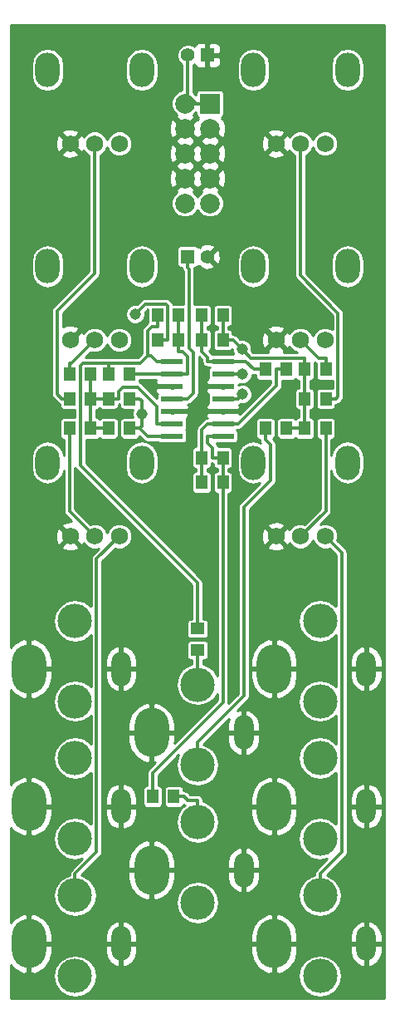
<source format=gbl>
G04 (created by PCBNEW (2013-07-07 BZR 4022)-stable) date 2014-05-25 11:14:29 PM*
%MOIN*%
G04 Gerber Fmt 3.4, Leading zero omitted, Abs format*
%FSLAX34Y34*%
G01*
G70*
G90*
G04 APERTURE LIST*
%ADD10C,0.00590551*%
%ADD11R,0.0866X0.0236*%
%ADD12R,0.055X0.045*%
%ADD13R,0.045X0.055*%
%ADD14O,0.0984252X0.137795*%
%ADD15C,0.0688976*%
%ADD16O,0.137795X0.19685*%
%ADD17O,0.0787402X0.137795*%
%ADD18O,0.137795X0.137795*%
%ADD19C,0.0787*%
%ADD20R,0.0787X0.0787*%
%ADD21R,0.0551181X0.0551181*%
%ADD22C,0.0551181*%
%ADD23C,0.045*%
%ADD24C,0.012*%
%ADD25C,0.01*%
G04 APERTURE END LIST*
G54D10*
G54D11*
X86969Y-58783D03*
X86969Y-58283D03*
X86969Y-57783D03*
X86969Y-57283D03*
X86969Y-56783D03*
X86969Y-56283D03*
X86969Y-55783D03*
X89015Y-55783D03*
X89015Y-56283D03*
X89015Y-56783D03*
X89015Y-57283D03*
X89015Y-57783D03*
X89015Y-58283D03*
X89015Y-58783D03*
G54D12*
X87992Y-66504D03*
X87992Y-67354D03*
G54D13*
X88157Y-59645D03*
X89007Y-59645D03*
X90716Y-56102D03*
X91566Y-56102D03*
X86189Y-73228D03*
X87039Y-73228D03*
X89007Y-53937D03*
X88157Y-53937D03*
X89007Y-54921D03*
X88157Y-54921D03*
X93141Y-58464D03*
X92291Y-58464D03*
X93141Y-56102D03*
X92291Y-56102D03*
X93141Y-57283D03*
X92291Y-57283D03*
X88157Y-60629D03*
X89007Y-60629D03*
X85267Y-56299D03*
X84417Y-56299D03*
X84417Y-57283D03*
X85267Y-57283D03*
X91566Y-58464D03*
X90716Y-58464D03*
X87236Y-53937D03*
X86386Y-53937D03*
X86386Y-54921D03*
X87236Y-54921D03*
X84417Y-58464D03*
X85267Y-58464D03*
X82842Y-58464D03*
X83692Y-58464D03*
X82842Y-56299D03*
X83692Y-56299D03*
X82842Y-57283D03*
X83692Y-57283D03*
G54D14*
X85748Y-59842D03*
X81968Y-59842D03*
G54D15*
X84842Y-62795D03*
X83858Y-62795D03*
X82874Y-62795D03*
G54D14*
X85748Y-51968D03*
X81968Y-51968D03*
G54D15*
X84842Y-54921D03*
X83858Y-54921D03*
X82874Y-54921D03*
G54D14*
X85748Y-44094D03*
X81968Y-44094D03*
G54D15*
X84842Y-47047D03*
X83858Y-47047D03*
X82874Y-47047D03*
G54D14*
X94015Y-44094D03*
X90236Y-44094D03*
G54D15*
X93110Y-47047D03*
X92125Y-47047D03*
X91141Y-47047D03*
G54D14*
X94015Y-51968D03*
X90236Y-51968D03*
G54D15*
X93110Y-54921D03*
X92125Y-54921D03*
X91141Y-54921D03*
G54D14*
X94015Y-59842D03*
X90236Y-59842D03*
G54D15*
X93110Y-62795D03*
X92125Y-62795D03*
X91141Y-62795D03*
G54D16*
X81220Y-68110D03*
G54D17*
X84921Y-68110D03*
G54D18*
X83070Y-66181D03*
X83070Y-69409D03*
G54D16*
X86141Y-76181D03*
G54D17*
X89842Y-76181D03*
G54D18*
X87992Y-74251D03*
X87992Y-77480D03*
G54D16*
X91062Y-79133D03*
G54D17*
X94763Y-79133D03*
G54D18*
X92913Y-77204D03*
X92913Y-80433D03*
G54D16*
X91062Y-73622D03*
G54D17*
X94763Y-73622D03*
G54D18*
X92913Y-71692D03*
X92913Y-74921D03*
G54D16*
X91062Y-68110D03*
G54D17*
X94763Y-68110D03*
G54D18*
X92913Y-66181D03*
X92913Y-69409D03*
G54D16*
X86141Y-70669D03*
G54D17*
X89842Y-70669D03*
G54D18*
X87992Y-68740D03*
X87992Y-71968D03*
G54D16*
X81220Y-79133D03*
G54D17*
X84921Y-79133D03*
G54D18*
X83070Y-77204D03*
X83070Y-80433D03*
G54D16*
X81220Y-73622D03*
G54D17*
X84921Y-73622D03*
G54D18*
X83070Y-71692D03*
X83070Y-74921D03*
G54D19*
X88492Y-48440D03*
X88492Y-47440D03*
X88492Y-49440D03*
X88492Y-46440D03*
G54D20*
X88492Y-45440D03*
G54D19*
X87492Y-45440D03*
X87492Y-46440D03*
X87492Y-47440D03*
X87492Y-48440D03*
X87492Y-49440D03*
G54D21*
X88385Y-43503D03*
G54D22*
X87598Y-43503D03*
G54D21*
X87598Y-51574D03*
G54D22*
X88385Y-51574D03*
G54D23*
X89795Y-57098D03*
X86181Y-56732D03*
X87749Y-58104D03*
X85756Y-57874D03*
X85478Y-53886D03*
X89775Y-55284D03*
X89797Y-56294D03*
G54D24*
X87822Y-57043D02*
X87582Y-57283D01*
X87822Y-55430D02*
X87822Y-57043D01*
X87641Y-55249D02*
X87822Y-55430D01*
X87641Y-52073D02*
X87641Y-55249D01*
X87598Y-52030D02*
X87641Y-52073D01*
X87598Y-51574D02*
X87598Y-52030D01*
X86969Y-57283D02*
X87582Y-57283D01*
X89628Y-57266D02*
X89628Y-57283D01*
X89795Y-57098D02*
X89628Y-57266D01*
X89015Y-57283D02*
X89628Y-57283D01*
X88492Y-45440D02*
X87918Y-45440D01*
X87812Y-45334D02*
X87918Y-45440D01*
X87598Y-45334D02*
X87812Y-45334D01*
X87598Y-43503D02*
X87598Y-45334D01*
X87598Y-45334D02*
X87492Y-45440D01*
X86969Y-56783D02*
X86232Y-56783D01*
X86232Y-56783D02*
X86181Y-56732D01*
X89015Y-58783D02*
X88402Y-58783D01*
X88402Y-59040D02*
X88402Y-58783D01*
X88602Y-59240D02*
X88402Y-59040D01*
X88602Y-59645D02*
X88602Y-59240D01*
X89007Y-59645D02*
X88602Y-59645D01*
X89007Y-59645D02*
X89007Y-60629D01*
X86189Y-72278D02*
X86189Y-73228D01*
X89007Y-69460D02*
X86189Y-72278D01*
X89007Y-60629D02*
X89007Y-69460D01*
X92851Y-55647D02*
X93141Y-55647D01*
X92125Y-54921D02*
X92851Y-55647D01*
X93141Y-56102D02*
X93141Y-55647D01*
X90911Y-59114D02*
X90716Y-58919D01*
X90911Y-60569D02*
X90911Y-59114D01*
X89847Y-61633D02*
X90911Y-60569D01*
X89847Y-69200D02*
X89847Y-61633D01*
X87992Y-71055D02*
X89847Y-69200D01*
X87992Y-71968D02*
X87992Y-71055D01*
X90716Y-58464D02*
X90716Y-58919D01*
X82935Y-55844D02*
X82842Y-55844D01*
X83858Y-54921D02*
X82935Y-55844D01*
X82842Y-56299D02*
X82842Y-55844D01*
X89015Y-58283D02*
X89628Y-58283D01*
X91566Y-56102D02*
X91161Y-56102D01*
X91161Y-56750D02*
X89628Y-58283D01*
X91161Y-56102D02*
X91161Y-56750D01*
X88157Y-60629D02*
X88157Y-59645D01*
X88157Y-58527D02*
X88402Y-58283D01*
X88157Y-59645D02*
X88157Y-58527D01*
X89015Y-58283D02*
X88402Y-58283D01*
X82842Y-61779D02*
X82842Y-58464D01*
X83858Y-62795D02*
X82842Y-61779D01*
X82842Y-57283D02*
X82537Y-57283D01*
X82344Y-57090D02*
X82537Y-57283D01*
X82344Y-53763D02*
X82344Y-57090D01*
X83858Y-52249D02*
X82344Y-53763D01*
X83858Y-47047D02*
X83858Y-52249D01*
X83692Y-56299D02*
X83692Y-57283D01*
X84822Y-56973D02*
X84822Y-57283D01*
X84977Y-56818D02*
X84822Y-56973D01*
X85591Y-56818D02*
X84977Y-56818D01*
X86356Y-57583D02*
X85591Y-56818D01*
X86356Y-58283D02*
X86356Y-57583D01*
X86969Y-58283D02*
X86356Y-58283D01*
X84417Y-57283D02*
X84822Y-57283D01*
X84417Y-57283D02*
X84012Y-57283D01*
X83692Y-57283D02*
X84012Y-57283D01*
X84417Y-58464D02*
X84012Y-58464D01*
X83692Y-57283D02*
X83692Y-58464D01*
X83692Y-58464D02*
X84012Y-58464D01*
X85991Y-58783D02*
X86969Y-58783D01*
X85672Y-58464D02*
X85991Y-58783D01*
X85267Y-58464D02*
X85672Y-58464D01*
X85267Y-57283D02*
X85672Y-57283D01*
X85756Y-57367D02*
X85756Y-57874D01*
X85672Y-57283D02*
X85756Y-57367D01*
X85756Y-58380D02*
X85672Y-58464D01*
X85756Y-57874D02*
X85756Y-58380D01*
X86791Y-53549D02*
X86791Y-54921D01*
X86714Y-53472D02*
X86791Y-53549D01*
X85892Y-53472D02*
X86714Y-53472D01*
X85478Y-53886D02*
X85892Y-53472D01*
X86386Y-54921D02*
X86791Y-54921D01*
X83939Y-63697D02*
X84842Y-62795D01*
X83939Y-75466D02*
X83939Y-63697D01*
X83070Y-76335D02*
X83939Y-75466D01*
X83070Y-77204D02*
X83070Y-76335D01*
X92291Y-56102D02*
X92291Y-55647D01*
X89007Y-54921D02*
X89007Y-53937D01*
X89007Y-54921D02*
X89412Y-54921D01*
X92291Y-56102D02*
X92291Y-57283D01*
X89412Y-54921D02*
X89775Y-55284D01*
X90138Y-55647D02*
X92291Y-55647D01*
X89775Y-55284D02*
X90138Y-55647D01*
X89639Y-56294D02*
X89628Y-56283D01*
X89797Y-56294D02*
X89639Y-56294D01*
X89015Y-56283D02*
X89628Y-56283D01*
X91566Y-58464D02*
X92291Y-58464D01*
X92291Y-57283D02*
X92291Y-57738D01*
X92291Y-58464D02*
X92291Y-57738D01*
X87992Y-68740D02*
X87992Y-67354D01*
X83393Y-55844D02*
X84417Y-55844D01*
X83287Y-55949D02*
X83393Y-55844D01*
X83287Y-59964D02*
X83287Y-55949D01*
X87992Y-64669D02*
X83287Y-59964D01*
X87992Y-66504D02*
X87992Y-64669D01*
X84417Y-56299D02*
X84417Y-55844D01*
X86386Y-53937D02*
X86386Y-54392D01*
X86969Y-55783D02*
X86356Y-55783D01*
X85978Y-54567D02*
X85978Y-55550D01*
X86153Y-54392D02*
X85978Y-54567D01*
X86386Y-54392D02*
X86153Y-54392D01*
X85684Y-55844D02*
X85978Y-55550D01*
X84417Y-55844D02*
X85684Y-55844D01*
X86122Y-55550D02*
X86356Y-55783D01*
X85978Y-55550D02*
X86122Y-55550D01*
X86969Y-56283D02*
X86356Y-56283D01*
X85688Y-56283D02*
X85672Y-56299D01*
X86356Y-56283D02*
X85688Y-56283D01*
X85267Y-56299D02*
X85672Y-56299D01*
X87236Y-53937D02*
X87236Y-54921D01*
X87582Y-55581D02*
X87582Y-56283D01*
X87376Y-55376D02*
X87582Y-55581D01*
X87236Y-55376D02*
X87376Y-55376D01*
X87236Y-54921D02*
X87236Y-55376D01*
X86969Y-56283D02*
X87582Y-56283D01*
X93782Y-63467D02*
X93110Y-62795D01*
X93782Y-75466D02*
X93782Y-63467D01*
X92913Y-76335D02*
X93782Y-75466D01*
X92913Y-77204D02*
X92913Y-76335D01*
X90250Y-56102D02*
X90716Y-56102D01*
X89931Y-55783D02*
X90250Y-56102D01*
X89015Y-55783D02*
X89931Y-55783D01*
X88157Y-53937D02*
X88157Y-54921D01*
X88402Y-55620D02*
X88402Y-55783D01*
X88157Y-55376D02*
X88402Y-55620D01*
X88157Y-54921D02*
X88157Y-55376D01*
X89015Y-55783D02*
X88402Y-55783D01*
X87598Y-73382D02*
X87444Y-73228D01*
X87992Y-73382D02*
X87598Y-73382D01*
X87992Y-74251D02*
X87992Y-73382D01*
X87039Y-73228D02*
X87444Y-73228D01*
X93141Y-61779D02*
X93141Y-58464D01*
X92125Y-62795D02*
X93141Y-61779D01*
X93636Y-57193D02*
X93546Y-57283D01*
X93636Y-53847D02*
X93636Y-57193D01*
X92125Y-52336D02*
X93636Y-53847D01*
X92125Y-47047D02*
X92125Y-52336D01*
X93141Y-57283D02*
X93546Y-57283D01*
G54D10*
G36*
X87027Y-56833D02*
X87019Y-56833D01*
X87019Y-56841D01*
X86919Y-56841D01*
X86919Y-56833D01*
X86348Y-56833D01*
X86286Y-56895D01*
X86286Y-56950D01*
X86324Y-57042D01*
X86379Y-57098D01*
X86366Y-57131D01*
X86366Y-57199D01*
X86366Y-57268D01*
X85753Y-56655D01*
X85679Y-56606D01*
X85662Y-56602D01*
X85662Y-56540D01*
X85662Y-56529D01*
X85672Y-56529D01*
X85751Y-56513D01*
X86334Y-56513D01*
X86324Y-56524D01*
X86286Y-56615D01*
X86286Y-56670D01*
X86348Y-56733D01*
X86919Y-56733D01*
X86919Y-56725D01*
X87019Y-56725D01*
X87019Y-56733D01*
X87027Y-56733D01*
X87027Y-56833D01*
X87027Y-56833D01*
G37*
G54D25*
X87027Y-56833D02*
X87019Y-56833D01*
X87019Y-56841D01*
X86919Y-56841D01*
X86919Y-56833D01*
X86348Y-56833D01*
X86286Y-56895D01*
X86286Y-56950D01*
X86324Y-57042D01*
X86379Y-57098D01*
X86366Y-57131D01*
X86366Y-57199D01*
X86366Y-57268D01*
X85753Y-56655D01*
X85679Y-56606D01*
X85662Y-56602D01*
X85662Y-56540D01*
X85662Y-56529D01*
X85672Y-56529D01*
X85751Y-56513D01*
X86334Y-56513D01*
X86324Y-56524D01*
X86286Y-56615D01*
X86286Y-56670D01*
X86348Y-56733D01*
X86919Y-56733D01*
X86919Y-56725D01*
X87019Y-56725D01*
X87019Y-56733D01*
X87027Y-56733D01*
X87027Y-56833D01*
G54D10*
G36*
X95499Y-81326D02*
X95407Y-81326D01*
X95407Y-79479D01*
X95407Y-79183D01*
X95407Y-79083D01*
X95407Y-78788D01*
X95407Y-73967D01*
X95407Y-73672D01*
X95407Y-73572D01*
X95407Y-73276D01*
X95407Y-68455D01*
X95407Y-68160D01*
X95407Y-68060D01*
X95407Y-67764D01*
X95339Y-67522D01*
X95183Y-67324D01*
X94963Y-67201D01*
X94913Y-67188D01*
X94813Y-67235D01*
X94813Y-68060D01*
X95407Y-68060D01*
X95407Y-68160D01*
X94813Y-68160D01*
X94813Y-68984D01*
X94913Y-69031D01*
X94963Y-69019D01*
X95183Y-68896D01*
X95339Y-68698D01*
X95407Y-68455D01*
X95407Y-73276D01*
X95339Y-73034D01*
X95183Y-72836D01*
X94963Y-72712D01*
X94913Y-72700D01*
X94813Y-72747D01*
X94813Y-73572D01*
X95407Y-73572D01*
X95407Y-73672D01*
X94813Y-73672D01*
X94813Y-74496D01*
X94913Y-74543D01*
X94963Y-74531D01*
X95183Y-74407D01*
X95339Y-74209D01*
X95407Y-73967D01*
X95407Y-78788D01*
X95339Y-78546D01*
X95183Y-78348D01*
X94963Y-78224D01*
X94913Y-78212D01*
X94813Y-78259D01*
X94813Y-79083D01*
X95407Y-79083D01*
X95407Y-79183D01*
X94813Y-79183D01*
X94813Y-80008D01*
X94913Y-80055D01*
X94963Y-80042D01*
X95183Y-79919D01*
X95339Y-79721D01*
X95407Y-79479D01*
X95407Y-81326D01*
X94713Y-81326D01*
X94713Y-80008D01*
X94713Y-79183D01*
X94713Y-79083D01*
X94713Y-78259D01*
X94713Y-74496D01*
X94713Y-73672D01*
X94713Y-73572D01*
X94713Y-72747D01*
X94713Y-68984D01*
X94713Y-68160D01*
X94713Y-68060D01*
X94713Y-67235D01*
X94677Y-67219D01*
X94677Y-60056D01*
X94677Y-59628D01*
X94677Y-52182D01*
X94677Y-51754D01*
X94677Y-44308D01*
X94677Y-43880D01*
X94627Y-43627D01*
X94483Y-43412D01*
X94269Y-43269D01*
X94015Y-43218D01*
X93762Y-43269D01*
X93547Y-43412D01*
X93404Y-43627D01*
X93353Y-43880D01*
X93353Y-44308D01*
X93404Y-44561D01*
X93547Y-44776D01*
X93762Y-44919D01*
X94015Y-44970D01*
X94269Y-44919D01*
X94483Y-44776D01*
X94627Y-44561D01*
X94677Y-44308D01*
X94677Y-51754D01*
X94627Y-51501D01*
X94483Y-51286D01*
X94269Y-51143D01*
X94015Y-51092D01*
X93762Y-51143D01*
X93547Y-51286D01*
X93404Y-51501D01*
X93353Y-51754D01*
X93353Y-52182D01*
X93404Y-52435D01*
X93547Y-52650D01*
X93762Y-52793D01*
X94015Y-52844D01*
X94269Y-52793D01*
X94483Y-52650D01*
X94627Y-52435D01*
X94677Y-52182D01*
X94677Y-59628D01*
X94627Y-59375D01*
X94483Y-59160D01*
X94269Y-59017D01*
X94015Y-58966D01*
X93866Y-58996D01*
X93866Y-57193D01*
X93866Y-53847D01*
X93849Y-53759D01*
X93799Y-53684D01*
X93799Y-53684D01*
X92355Y-52241D01*
X92355Y-47508D01*
X92417Y-47483D01*
X92561Y-47339D01*
X92618Y-47203D01*
X92673Y-47338D01*
X92818Y-47483D01*
X93007Y-47561D01*
X93212Y-47561D01*
X93401Y-47483D01*
X93546Y-47339D01*
X93624Y-47150D01*
X93624Y-46945D01*
X93546Y-46756D01*
X93402Y-46611D01*
X93213Y-46532D01*
X93008Y-46532D01*
X92819Y-46610D01*
X92674Y-46755D01*
X92618Y-46890D01*
X92562Y-46756D01*
X92417Y-46611D01*
X92228Y-46532D01*
X92024Y-46532D01*
X91834Y-46610D01*
X91690Y-46755D01*
X91679Y-46780D01*
X91659Y-46732D01*
X91559Y-46699D01*
X91489Y-46770D01*
X91489Y-46629D01*
X91456Y-46529D01*
X91234Y-46448D01*
X90997Y-46458D01*
X90898Y-46499D01*
X90898Y-44308D01*
X90898Y-43880D01*
X90847Y-43627D01*
X90704Y-43412D01*
X90489Y-43269D01*
X90236Y-43218D01*
X89982Y-43269D01*
X89768Y-43412D01*
X89624Y-43627D01*
X89574Y-43880D01*
X89574Y-44308D01*
X89624Y-44561D01*
X89768Y-44776D01*
X89982Y-44919D01*
X90236Y-44970D01*
X90489Y-44919D01*
X90704Y-44776D01*
X90847Y-44561D01*
X90898Y-44308D01*
X90898Y-46499D01*
X90827Y-46529D01*
X90794Y-46629D01*
X91141Y-46976D01*
X91489Y-46629D01*
X91489Y-46770D01*
X91212Y-47047D01*
X91559Y-47394D01*
X91659Y-47361D01*
X91678Y-47311D01*
X91689Y-47338D01*
X91834Y-47483D01*
X91895Y-47508D01*
X91895Y-52336D01*
X91913Y-52424D01*
X91963Y-52499D01*
X93406Y-53942D01*
X93406Y-54490D01*
X93402Y-54485D01*
X93213Y-54406D01*
X93008Y-54406D01*
X92819Y-54484D01*
X92674Y-54629D01*
X92618Y-54764D01*
X92562Y-54630D01*
X92417Y-54485D01*
X92228Y-54406D01*
X92024Y-54406D01*
X91834Y-54484D01*
X91690Y-54629D01*
X91679Y-54654D01*
X91659Y-54606D01*
X91559Y-54573D01*
X91489Y-54644D01*
X91489Y-54503D01*
X91489Y-47465D01*
X91141Y-47117D01*
X91071Y-47188D01*
X91071Y-47047D01*
X90723Y-46699D01*
X90623Y-46732D01*
X90542Y-46954D01*
X90552Y-47191D01*
X90623Y-47361D01*
X90723Y-47394D01*
X91071Y-47047D01*
X91071Y-47188D01*
X90794Y-47465D01*
X90827Y-47565D01*
X91049Y-47646D01*
X91285Y-47636D01*
X91456Y-47565D01*
X91489Y-47465D01*
X91489Y-54503D01*
X91456Y-54403D01*
X91234Y-54322D01*
X90997Y-54332D01*
X90898Y-54373D01*
X90898Y-52182D01*
X90898Y-51754D01*
X90847Y-51501D01*
X90704Y-51286D01*
X90489Y-51143D01*
X90236Y-51092D01*
X89982Y-51143D01*
X89768Y-51286D01*
X89624Y-51501D01*
X89574Y-51754D01*
X89574Y-52182D01*
X89624Y-52435D01*
X89768Y-52650D01*
X89982Y-52793D01*
X90236Y-52844D01*
X90489Y-52793D01*
X90704Y-52650D01*
X90847Y-52435D01*
X90898Y-52182D01*
X90898Y-54373D01*
X90827Y-54403D01*
X90794Y-54503D01*
X91141Y-54850D01*
X91489Y-54503D01*
X91489Y-54644D01*
X91212Y-54921D01*
X91559Y-55268D01*
X91659Y-55235D01*
X91678Y-55185D01*
X91689Y-55212D01*
X91834Y-55357D01*
X91978Y-55417D01*
X91463Y-55417D01*
X91489Y-55339D01*
X91141Y-54991D01*
X91071Y-55062D01*
X91071Y-54921D01*
X90723Y-54573D01*
X90623Y-54606D01*
X90542Y-54828D01*
X90552Y-55065D01*
X90623Y-55235D01*
X90723Y-55268D01*
X91071Y-54921D01*
X91071Y-55062D01*
X90794Y-55339D01*
X90819Y-55417D01*
X90234Y-55417D01*
X90170Y-55353D01*
X90170Y-55206D01*
X90110Y-55060D01*
X89999Y-54949D01*
X89854Y-54889D01*
X89705Y-54889D01*
X89575Y-54758D01*
X89500Y-54708D01*
X89412Y-54691D01*
X89402Y-54691D01*
X89402Y-54612D01*
X89376Y-54550D01*
X89329Y-54502D01*
X89266Y-54476D01*
X89237Y-54476D01*
X89237Y-54382D01*
X89266Y-54382D01*
X89328Y-54356D01*
X89376Y-54308D01*
X89402Y-54245D01*
X89402Y-54178D01*
X89402Y-53628D01*
X89376Y-53565D01*
X89329Y-53517D01*
X89266Y-53492D01*
X89199Y-53491D01*
X89139Y-53491D01*
X89139Y-48545D01*
X89139Y-47545D01*
X89139Y-46545D01*
X89130Y-46289D01*
X89055Y-46108D01*
X89050Y-46096D01*
X88945Y-46058D01*
X88990Y-46013D01*
X88963Y-45986D01*
X88981Y-45978D01*
X89029Y-45930D01*
X89055Y-45868D01*
X89055Y-45800D01*
X89055Y-45013D01*
X89029Y-44951D01*
X88982Y-44903D01*
X88919Y-44877D01*
X88911Y-44877D01*
X88911Y-43730D01*
X88911Y-43277D01*
X88911Y-43178D01*
X88873Y-43086D01*
X88802Y-43016D01*
X88710Y-42978D01*
X88498Y-42978D01*
X88435Y-43040D01*
X88435Y-43453D01*
X88848Y-43453D01*
X88911Y-43391D01*
X88911Y-43277D01*
X88911Y-43730D01*
X88911Y-43616D01*
X88848Y-43553D01*
X88435Y-43553D01*
X88435Y-43967D01*
X88498Y-44029D01*
X88710Y-44029D01*
X88802Y-43991D01*
X88873Y-43921D01*
X88911Y-43829D01*
X88911Y-43730D01*
X88911Y-44877D01*
X88851Y-44877D01*
X88064Y-44877D01*
X88002Y-44903D01*
X87954Y-44951D01*
X87928Y-45013D01*
X87928Y-45080D01*
X87828Y-44980D01*
X87828Y-43891D01*
X87850Y-43881D01*
X87872Y-43859D01*
X87898Y-43921D01*
X87968Y-43991D01*
X88060Y-44029D01*
X88273Y-44029D01*
X88335Y-43967D01*
X88335Y-43553D01*
X88327Y-43553D01*
X88327Y-43453D01*
X88335Y-43453D01*
X88335Y-43040D01*
X88273Y-42978D01*
X88060Y-42978D01*
X87968Y-43016D01*
X87898Y-43086D01*
X87872Y-43148D01*
X87851Y-43126D01*
X87687Y-43058D01*
X87510Y-43058D01*
X87346Y-43125D01*
X87220Y-43251D01*
X87152Y-43414D01*
X87152Y-43592D01*
X87220Y-43756D01*
X87345Y-43881D01*
X87368Y-43890D01*
X87368Y-44882D01*
X87173Y-44962D01*
X87014Y-45121D01*
X86928Y-45328D01*
X86928Y-45552D01*
X87014Y-45759D01*
X87144Y-45890D01*
X87109Y-45987D01*
X87492Y-46370D01*
X87875Y-45987D01*
X87839Y-45890D01*
X87928Y-45801D01*
X87928Y-45868D01*
X87954Y-45930D01*
X88002Y-45978D01*
X88020Y-45986D01*
X87993Y-46013D01*
X88038Y-46058D01*
X87992Y-46075D01*
X87945Y-46058D01*
X87562Y-46440D01*
X87945Y-46823D01*
X87992Y-46806D01*
X88038Y-46823D01*
X88421Y-46440D01*
X88415Y-46435D01*
X88486Y-46364D01*
X88492Y-46370D01*
X88497Y-46364D01*
X88568Y-46435D01*
X88562Y-46440D01*
X88945Y-46823D01*
X89050Y-46785D01*
X89139Y-46545D01*
X89139Y-47545D01*
X89130Y-47289D01*
X89050Y-47096D01*
X88945Y-47058D01*
X88875Y-47128D01*
X88875Y-46987D01*
X88857Y-46940D01*
X88875Y-46894D01*
X88492Y-46511D01*
X88421Y-46582D01*
X88109Y-46894D01*
X88126Y-46940D01*
X88109Y-46987D01*
X88492Y-47370D01*
X88875Y-46987D01*
X88875Y-47128D01*
X88562Y-47440D01*
X88945Y-47823D01*
X89050Y-47785D01*
X89139Y-47545D01*
X89139Y-48545D01*
X89130Y-48289D01*
X89050Y-48096D01*
X88945Y-48058D01*
X88875Y-48128D01*
X88875Y-47987D01*
X88857Y-47940D01*
X88875Y-47894D01*
X88492Y-47511D01*
X88421Y-47582D01*
X88421Y-47440D01*
X88038Y-47058D01*
X87992Y-47075D01*
X87945Y-47058D01*
X87875Y-47128D01*
X87875Y-46987D01*
X87857Y-46940D01*
X87875Y-46894D01*
X87492Y-46511D01*
X87421Y-46582D01*
X87421Y-46440D01*
X87038Y-46058D01*
X86933Y-46096D01*
X86844Y-46336D01*
X86853Y-46592D01*
X86933Y-46785D01*
X87038Y-46823D01*
X87421Y-46440D01*
X87421Y-46582D01*
X87109Y-46894D01*
X87126Y-46940D01*
X87109Y-46987D01*
X87492Y-47370D01*
X87875Y-46987D01*
X87875Y-47128D01*
X87562Y-47440D01*
X87945Y-47823D01*
X87992Y-47806D01*
X88038Y-47823D01*
X88421Y-47440D01*
X88421Y-47582D01*
X88109Y-47894D01*
X88126Y-47940D01*
X88109Y-47987D01*
X88492Y-48370D01*
X88875Y-47987D01*
X88875Y-48128D01*
X88562Y-48440D01*
X88945Y-48823D01*
X89050Y-48785D01*
X89139Y-48545D01*
X89139Y-53491D01*
X89055Y-53491D01*
X89055Y-49329D01*
X88970Y-49122D01*
X88839Y-48991D01*
X88875Y-48894D01*
X88492Y-48511D01*
X88421Y-48582D01*
X88421Y-48440D01*
X88038Y-48058D01*
X87992Y-48075D01*
X87945Y-48058D01*
X87875Y-48128D01*
X87875Y-47987D01*
X87857Y-47940D01*
X87875Y-47894D01*
X87492Y-47511D01*
X87421Y-47582D01*
X87421Y-47440D01*
X87038Y-47058D01*
X86933Y-47096D01*
X86844Y-47336D01*
X86853Y-47592D01*
X86933Y-47785D01*
X87038Y-47823D01*
X87421Y-47440D01*
X87421Y-47582D01*
X87109Y-47894D01*
X87126Y-47940D01*
X87109Y-47987D01*
X87492Y-48370D01*
X87875Y-47987D01*
X87875Y-48128D01*
X87562Y-48440D01*
X87945Y-48823D01*
X87992Y-48806D01*
X88038Y-48823D01*
X88421Y-48440D01*
X88421Y-48582D01*
X88109Y-48894D01*
X88144Y-48991D01*
X88014Y-49121D01*
X87992Y-49175D01*
X87970Y-49122D01*
X87839Y-48991D01*
X87875Y-48894D01*
X87492Y-48511D01*
X87421Y-48582D01*
X87421Y-48440D01*
X87038Y-48058D01*
X86933Y-48096D01*
X86844Y-48336D01*
X86853Y-48592D01*
X86933Y-48785D01*
X87038Y-48823D01*
X87421Y-48440D01*
X87421Y-48582D01*
X87109Y-48894D01*
X87144Y-48991D01*
X87014Y-49121D01*
X86928Y-49328D01*
X86928Y-49552D01*
X87014Y-49759D01*
X87172Y-49918D01*
X87379Y-50004D01*
X87603Y-50004D01*
X87810Y-49918D01*
X87969Y-49760D01*
X87992Y-49706D01*
X88014Y-49759D01*
X88172Y-49918D01*
X88379Y-50004D01*
X88603Y-50004D01*
X88810Y-49918D01*
X88969Y-49760D01*
X89055Y-49553D01*
X89055Y-49329D01*
X89055Y-53491D01*
X88916Y-53491D01*
X88916Y-51650D01*
X88904Y-51441D01*
X88846Y-51301D01*
X88754Y-51277D01*
X88683Y-51348D01*
X88456Y-51574D01*
X88754Y-51872D01*
X88846Y-51847D01*
X88916Y-51650D01*
X88916Y-53491D01*
X88749Y-53491D01*
X88686Y-53517D01*
X88683Y-53520D01*
X88638Y-53565D01*
X88612Y-53628D01*
X88612Y-53695D01*
X88612Y-54245D01*
X88638Y-54308D01*
X88686Y-54356D01*
X88748Y-54381D01*
X88777Y-54382D01*
X88777Y-54476D01*
X88749Y-54476D01*
X88686Y-54502D01*
X88638Y-54549D01*
X88612Y-54612D01*
X88612Y-54679D01*
X88612Y-55229D01*
X88638Y-55292D01*
X88686Y-55340D01*
X88748Y-55366D01*
X88816Y-55366D01*
X89266Y-55366D01*
X89328Y-55340D01*
X89376Y-55292D01*
X89380Y-55282D01*
X89380Y-55362D01*
X89435Y-55495D01*
X89414Y-55495D01*
X88589Y-55495D01*
X88564Y-55458D01*
X88564Y-55458D01*
X88456Y-55349D01*
X88478Y-55340D01*
X88526Y-55292D01*
X88552Y-55230D01*
X88552Y-55162D01*
X88552Y-54612D01*
X88526Y-54550D01*
X88479Y-54502D01*
X88416Y-54476D01*
X88387Y-54476D01*
X88387Y-54382D01*
X88416Y-54382D01*
X88478Y-54356D01*
X88526Y-54308D01*
X88552Y-54245D01*
X88552Y-54178D01*
X88552Y-53628D01*
X88526Y-53565D01*
X88479Y-53517D01*
X88416Y-53492D01*
X88349Y-53491D01*
X87899Y-53491D01*
X87871Y-53503D01*
X87871Y-52073D01*
X87860Y-52020D01*
X87907Y-52020D01*
X87970Y-51994D01*
X88009Y-51955D01*
X88042Y-51988D01*
X88088Y-51943D01*
X88112Y-52035D01*
X88309Y-52105D01*
X88518Y-52093D01*
X88658Y-52035D01*
X88683Y-51943D01*
X88385Y-51645D01*
X88380Y-51651D01*
X88309Y-51580D01*
X88315Y-51574D01*
X88309Y-51569D01*
X88380Y-51498D01*
X88385Y-51504D01*
X88683Y-51206D01*
X88658Y-51113D01*
X88461Y-51044D01*
X88252Y-51055D01*
X88112Y-51113D01*
X88088Y-51206D01*
X88042Y-51161D01*
X88009Y-51194D01*
X87970Y-51155D01*
X87907Y-51129D01*
X87840Y-51129D01*
X87289Y-51129D01*
X87226Y-51155D01*
X87178Y-51202D01*
X87152Y-51265D01*
X87152Y-51332D01*
X87152Y-51884D01*
X87178Y-51946D01*
X87226Y-51994D01*
X87288Y-52020D01*
X87356Y-52020D01*
X87368Y-52020D01*
X87368Y-52030D01*
X87385Y-52118D01*
X87411Y-52156D01*
X87411Y-53491D01*
X87009Y-53491D01*
X87003Y-53461D01*
X87003Y-53461D01*
X86953Y-53386D01*
X86876Y-53309D01*
X86802Y-53259D01*
X86714Y-53242D01*
X86410Y-53242D01*
X86410Y-52182D01*
X86410Y-51754D01*
X86410Y-44308D01*
X86410Y-43880D01*
X86359Y-43627D01*
X86216Y-43412D01*
X86001Y-43269D01*
X85748Y-43218D01*
X85494Y-43269D01*
X85279Y-43412D01*
X85136Y-43627D01*
X85085Y-43880D01*
X85085Y-44308D01*
X85136Y-44561D01*
X85279Y-44776D01*
X85494Y-44919D01*
X85748Y-44970D01*
X86001Y-44919D01*
X86216Y-44776D01*
X86359Y-44561D01*
X86410Y-44308D01*
X86410Y-51754D01*
X86359Y-51501D01*
X86216Y-51286D01*
X86001Y-51143D01*
X85748Y-51092D01*
X85494Y-51143D01*
X85279Y-51286D01*
X85136Y-51501D01*
X85085Y-51754D01*
X85085Y-52182D01*
X85136Y-52435D01*
X85279Y-52650D01*
X85494Y-52793D01*
X85748Y-52844D01*
X86001Y-52793D01*
X86216Y-52650D01*
X86359Y-52435D01*
X86410Y-52182D01*
X86410Y-53242D01*
X85892Y-53242D01*
X85892Y-53242D01*
X85804Y-53259D01*
X85729Y-53309D01*
X85729Y-53309D01*
X85547Y-53491D01*
X85400Y-53491D01*
X85254Y-53551D01*
X85143Y-53662D01*
X85083Y-53807D01*
X85083Y-53964D01*
X85143Y-54109D01*
X85254Y-54220D01*
X85399Y-54281D01*
X85556Y-54281D01*
X85701Y-54221D01*
X85812Y-54110D01*
X85873Y-53965D01*
X85873Y-53816D01*
X85987Y-53702D01*
X85990Y-53702D01*
X85990Y-54229D01*
X85990Y-54229D01*
X85990Y-54229D01*
X85815Y-54404D01*
X85766Y-54478D01*
X85748Y-54567D01*
X85748Y-55454D01*
X85589Y-55614D01*
X84417Y-55614D01*
X83490Y-55614D01*
X83694Y-55410D01*
X83755Y-55435D01*
X83960Y-55435D01*
X84149Y-55357D01*
X84294Y-55213D01*
X84350Y-55077D01*
X84406Y-55212D01*
X84550Y-55357D01*
X84739Y-55435D01*
X84944Y-55435D01*
X85133Y-55357D01*
X85278Y-55213D01*
X85356Y-55024D01*
X85357Y-54819D01*
X85278Y-54630D01*
X85134Y-54485D01*
X84945Y-54406D01*
X84740Y-54406D01*
X84551Y-54484D01*
X84406Y-54629D01*
X84350Y-54764D01*
X84294Y-54630D01*
X84150Y-54485D01*
X83961Y-54406D01*
X83756Y-54406D01*
X83567Y-54484D01*
X83422Y-54629D01*
X83411Y-54654D01*
X83392Y-54606D01*
X83292Y-54573D01*
X82944Y-54921D01*
X82950Y-54926D01*
X82879Y-54997D01*
X82874Y-54991D01*
X82868Y-54997D01*
X82797Y-54926D01*
X82803Y-54921D01*
X82797Y-54915D01*
X82868Y-54844D01*
X82874Y-54850D01*
X83221Y-54503D01*
X83188Y-54403D01*
X82966Y-54322D01*
X82730Y-54332D01*
X82574Y-54396D01*
X82574Y-53858D01*
X84020Y-52412D01*
X84020Y-52412D01*
X84020Y-52412D01*
X84070Y-52337D01*
X84088Y-52249D01*
X84088Y-52249D01*
X84088Y-52249D01*
X84088Y-47508D01*
X84149Y-47483D01*
X84294Y-47339D01*
X84350Y-47203D01*
X84406Y-47338D01*
X84550Y-47483D01*
X84739Y-47561D01*
X84944Y-47561D01*
X85133Y-47483D01*
X85278Y-47339D01*
X85356Y-47150D01*
X85357Y-46945D01*
X85278Y-46756D01*
X85134Y-46611D01*
X84945Y-46532D01*
X84740Y-46532D01*
X84551Y-46610D01*
X84406Y-46755D01*
X84350Y-46890D01*
X84294Y-46756D01*
X84150Y-46611D01*
X83961Y-46532D01*
X83756Y-46532D01*
X83567Y-46610D01*
X83422Y-46755D01*
X83411Y-46780D01*
X83392Y-46732D01*
X83292Y-46699D01*
X83221Y-46770D01*
X83221Y-46629D01*
X83188Y-46529D01*
X82966Y-46448D01*
X82730Y-46458D01*
X82630Y-46499D01*
X82630Y-44308D01*
X82630Y-43880D01*
X82580Y-43627D01*
X82436Y-43412D01*
X82221Y-43269D01*
X81968Y-43218D01*
X81715Y-43269D01*
X81500Y-43412D01*
X81356Y-43627D01*
X81306Y-43880D01*
X81306Y-44308D01*
X81356Y-44561D01*
X81500Y-44776D01*
X81715Y-44919D01*
X81968Y-44970D01*
X82221Y-44919D01*
X82436Y-44776D01*
X82580Y-44561D01*
X82630Y-44308D01*
X82630Y-46499D01*
X82559Y-46529D01*
X82526Y-46629D01*
X82874Y-46976D01*
X83221Y-46629D01*
X83221Y-46770D01*
X82944Y-47047D01*
X83292Y-47394D01*
X83392Y-47361D01*
X83410Y-47311D01*
X83421Y-47338D01*
X83566Y-47483D01*
X83628Y-47508D01*
X83628Y-52154D01*
X83221Y-52561D01*
X83221Y-47465D01*
X82874Y-47117D01*
X82803Y-47188D01*
X82803Y-47047D01*
X82455Y-46699D01*
X82355Y-46732D01*
X82274Y-46954D01*
X82285Y-47191D01*
X82355Y-47361D01*
X82455Y-47394D01*
X82803Y-47047D01*
X82803Y-47188D01*
X82526Y-47465D01*
X82559Y-47565D01*
X82781Y-47646D01*
X83017Y-47636D01*
X83188Y-47565D01*
X83221Y-47465D01*
X83221Y-52561D01*
X82630Y-53152D01*
X82630Y-52182D01*
X82630Y-51754D01*
X82580Y-51501D01*
X82436Y-51286D01*
X82221Y-51143D01*
X81968Y-51092D01*
X81715Y-51143D01*
X81500Y-51286D01*
X81356Y-51501D01*
X81306Y-51754D01*
X81306Y-52182D01*
X81356Y-52435D01*
X81500Y-52650D01*
X81715Y-52793D01*
X81968Y-52844D01*
X82221Y-52793D01*
X82436Y-52650D01*
X82580Y-52435D01*
X82630Y-52182D01*
X82630Y-53152D01*
X82181Y-53601D01*
X82131Y-53675D01*
X82114Y-53763D01*
X82114Y-57090D01*
X82131Y-57178D01*
X82181Y-57253D01*
X82374Y-57446D01*
X82374Y-57446D01*
X82447Y-57495D01*
X82447Y-57592D01*
X82473Y-57654D01*
X82521Y-57702D01*
X82583Y-57728D01*
X82651Y-57728D01*
X83057Y-57728D01*
X83057Y-58019D01*
X83034Y-58019D01*
X82584Y-58019D01*
X82521Y-58045D01*
X82473Y-58093D01*
X82447Y-58155D01*
X82447Y-58223D01*
X82447Y-58773D01*
X82473Y-58835D01*
X82521Y-58883D01*
X82583Y-58909D01*
X82612Y-58909D01*
X82612Y-59538D01*
X82580Y-59375D01*
X82436Y-59160D01*
X82221Y-59017D01*
X81968Y-58966D01*
X81715Y-59017D01*
X81500Y-59160D01*
X81356Y-59375D01*
X81306Y-59628D01*
X81306Y-60056D01*
X81356Y-60309D01*
X81500Y-60524D01*
X81715Y-60667D01*
X81968Y-60718D01*
X82221Y-60667D01*
X82436Y-60524D01*
X82580Y-60309D01*
X82612Y-60146D01*
X82612Y-61779D01*
X82630Y-61867D01*
X82680Y-61942D01*
X82935Y-62197D01*
X82730Y-62206D01*
X82559Y-62277D01*
X82526Y-62377D01*
X82874Y-62724D01*
X82879Y-62718D01*
X82950Y-62789D01*
X82944Y-62795D01*
X83292Y-63142D01*
X83392Y-63109D01*
X83410Y-63059D01*
X83421Y-63086D01*
X83566Y-63231D01*
X83755Y-63309D01*
X83960Y-63309D01*
X84032Y-63279D01*
X83777Y-63535D01*
X83727Y-63609D01*
X83709Y-63697D01*
X83709Y-65595D01*
X83695Y-65573D01*
X83416Y-65387D01*
X83221Y-65348D01*
X83221Y-63213D01*
X82874Y-62865D01*
X82803Y-62936D01*
X82803Y-62795D01*
X82455Y-62447D01*
X82355Y-62480D01*
X82274Y-62702D01*
X82285Y-62939D01*
X82355Y-63109D01*
X82455Y-63142D01*
X82803Y-62795D01*
X82803Y-62936D01*
X82526Y-63213D01*
X82559Y-63313D01*
X82781Y-63394D01*
X83017Y-63384D01*
X83188Y-63313D01*
X83221Y-63213D01*
X83221Y-65348D01*
X83087Y-65322D01*
X83054Y-65322D01*
X82725Y-65387D01*
X82446Y-65573D01*
X82260Y-65852D01*
X82195Y-66181D01*
X82260Y-66509D01*
X82446Y-66788D01*
X82725Y-66974D01*
X83054Y-67040D01*
X83087Y-67040D01*
X83416Y-66974D01*
X83695Y-66788D01*
X83709Y-66766D01*
X83709Y-68824D01*
X83695Y-68802D01*
X83416Y-68615D01*
X83087Y-68550D01*
X83054Y-68550D01*
X82725Y-68615D01*
X82446Y-68802D01*
X82260Y-69080D01*
X82195Y-69409D01*
X82260Y-69738D01*
X82446Y-70016D01*
X82725Y-70203D01*
X83054Y-70268D01*
X83087Y-70268D01*
X83416Y-70203D01*
X83695Y-70016D01*
X83709Y-69994D01*
X83709Y-71107D01*
X83695Y-71085D01*
X83416Y-70899D01*
X83087Y-70833D01*
X83054Y-70833D01*
X82725Y-70899D01*
X82446Y-71085D01*
X82260Y-71364D01*
X82195Y-71692D01*
X82260Y-72021D01*
X82446Y-72300D01*
X82725Y-72486D01*
X83054Y-72551D01*
X83087Y-72551D01*
X83416Y-72486D01*
X83695Y-72300D01*
X83709Y-72278D01*
X83709Y-74336D01*
X83695Y-74313D01*
X83416Y-74127D01*
X83087Y-74062D01*
X83054Y-74062D01*
X82725Y-74127D01*
X82446Y-74313D01*
X82260Y-74592D01*
X82195Y-74921D01*
X82260Y-75249D01*
X82446Y-75528D01*
X82725Y-75714D01*
X83054Y-75780D01*
X83087Y-75780D01*
X83353Y-75727D01*
X82908Y-76172D01*
X82858Y-76247D01*
X82840Y-76335D01*
X82840Y-76388D01*
X82725Y-76411D01*
X82446Y-76597D01*
X82260Y-76876D01*
X82195Y-77204D01*
X82260Y-77533D01*
X82446Y-77812D01*
X82725Y-77998D01*
X83054Y-78063D01*
X83087Y-78063D01*
X83416Y-77998D01*
X83695Y-77812D01*
X83881Y-77533D01*
X83946Y-77204D01*
X83881Y-76876D01*
X83695Y-76597D01*
X83416Y-76411D01*
X83336Y-76395D01*
X84102Y-75629D01*
X84102Y-75629D01*
X84102Y-75629D01*
X84152Y-75554D01*
X84152Y-75554D01*
X84169Y-75466D01*
X84169Y-63793D01*
X84678Y-63284D01*
X84739Y-63309D01*
X84944Y-63309D01*
X85133Y-63231D01*
X85278Y-63087D01*
X85356Y-62898D01*
X85357Y-62693D01*
X85278Y-62504D01*
X85134Y-62359D01*
X84945Y-62280D01*
X84740Y-62280D01*
X84551Y-62358D01*
X84406Y-62503D01*
X84350Y-62638D01*
X84294Y-62504D01*
X84150Y-62359D01*
X83961Y-62280D01*
X83756Y-62280D01*
X83694Y-62306D01*
X83072Y-61684D01*
X83072Y-60040D01*
X83075Y-60052D01*
X83124Y-60127D01*
X87762Y-64764D01*
X87762Y-66109D01*
X87683Y-66109D01*
X87620Y-66134D01*
X87573Y-66182D01*
X87547Y-66245D01*
X87547Y-66312D01*
X87547Y-66762D01*
X87572Y-66825D01*
X87620Y-66873D01*
X87683Y-66899D01*
X87750Y-66899D01*
X88300Y-66899D01*
X88363Y-66873D01*
X88411Y-66825D01*
X88437Y-66763D01*
X88437Y-66695D01*
X88437Y-66245D01*
X88411Y-66182D01*
X88363Y-66135D01*
X88301Y-66109D01*
X88233Y-66109D01*
X88222Y-66109D01*
X88222Y-64669D01*
X88204Y-64581D01*
X88204Y-64581D01*
X88154Y-64506D01*
X86410Y-62762D01*
X86410Y-60056D01*
X86410Y-59628D01*
X86359Y-59375D01*
X86216Y-59160D01*
X86001Y-59017D01*
X85748Y-58966D01*
X85494Y-59017D01*
X85279Y-59160D01*
X85136Y-59375D01*
X85085Y-59628D01*
X85085Y-60056D01*
X85136Y-60309D01*
X85279Y-60524D01*
X85494Y-60667D01*
X85748Y-60718D01*
X86001Y-60667D01*
X86216Y-60524D01*
X86359Y-60309D01*
X86410Y-60056D01*
X86410Y-62762D01*
X83517Y-59869D01*
X83517Y-58909D01*
X83951Y-58909D01*
X84013Y-58883D01*
X84055Y-58842D01*
X84096Y-58883D01*
X84158Y-58909D01*
X84226Y-58909D01*
X84676Y-58909D01*
X84738Y-58883D01*
X84786Y-58835D01*
X84812Y-58773D01*
X84812Y-58705D01*
X84812Y-58155D01*
X84786Y-58093D01*
X84738Y-58045D01*
X84676Y-58019D01*
X84608Y-58019D01*
X84158Y-58019D01*
X84096Y-58045D01*
X84055Y-58086D01*
X84014Y-58045D01*
X83951Y-58019D01*
X83922Y-58019D01*
X83922Y-57728D01*
X83951Y-57728D01*
X84013Y-57702D01*
X84055Y-57661D01*
X84096Y-57702D01*
X84158Y-57728D01*
X84226Y-57728D01*
X84676Y-57728D01*
X84738Y-57702D01*
X84786Y-57654D01*
X84812Y-57592D01*
X84812Y-57524D01*
X84812Y-57513D01*
X84822Y-57513D01*
X84872Y-57503D01*
X84872Y-57592D01*
X84898Y-57654D01*
X84946Y-57702D01*
X85008Y-57728D01*
X85076Y-57728D01*
X85389Y-57728D01*
X85361Y-57795D01*
X85361Y-57952D01*
X85389Y-58019D01*
X85008Y-58019D01*
X84946Y-58045D01*
X84898Y-58093D01*
X84872Y-58155D01*
X84872Y-58223D01*
X84872Y-58773D01*
X84898Y-58835D01*
X84946Y-58883D01*
X85008Y-58909D01*
X85076Y-58909D01*
X85526Y-58909D01*
X85588Y-58883D01*
X85636Y-58835D01*
X85660Y-58777D01*
X85828Y-58946D01*
X85828Y-58946D01*
X85903Y-58995D01*
X85991Y-59013D01*
X85991Y-59013D01*
X85991Y-59013D01*
X86407Y-59013D01*
X86439Y-59045D01*
X86502Y-59071D01*
X86569Y-59071D01*
X87435Y-59071D01*
X87498Y-59045D01*
X87546Y-58997D01*
X87572Y-58935D01*
X87572Y-58867D01*
X87572Y-58631D01*
X87546Y-58569D01*
X87510Y-58533D01*
X87546Y-58497D01*
X87572Y-58435D01*
X87572Y-58367D01*
X87572Y-58131D01*
X87558Y-58098D01*
X87614Y-58042D01*
X87652Y-57950D01*
X87652Y-57895D01*
X87589Y-57833D01*
X87019Y-57833D01*
X87019Y-57841D01*
X86919Y-57841D01*
X86919Y-57833D01*
X86911Y-57833D01*
X86911Y-57733D01*
X86919Y-57733D01*
X86919Y-57725D01*
X87019Y-57725D01*
X87019Y-57733D01*
X87589Y-57733D01*
X87652Y-57670D01*
X87652Y-57615D01*
X87614Y-57524D01*
X87600Y-57509D01*
X87670Y-57495D01*
X87670Y-57495D01*
X87744Y-57446D01*
X87985Y-57205D01*
X88034Y-57131D01*
X88034Y-57131D01*
X88052Y-57043D01*
X88052Y-55596D01*
X88172Y-55715D01*
X88172Y-55783D01*
X88189Y-55871D01*
X88239Y-55946D01*
X88313Y-55995D01*
X88402Y-56013D01*
X88453Y-56013D01*
X88473Y-56033D01*
X88438Y-56069D01*
X88412Y-56131D01*
X88412Y-56199D01*
X88412Y-56435D01*
X88425Y-56468D01*
X88370Y-56524D01*
X88332Y-56615D01*
X88332Y-56670D01*
X88394Y-56733D01*
X88965Y-56733D01*
X88965Y-56725D01*
X89065Y-56725D01*
X89065Y-56733D01*
X89073Y-56733D01*
X89073Y-56833D01*
X89065Y-56833D01*
X89065Y-56841D01*
X88965Y-56841D01*
X88965Y-56833D01*
X88394Y-56833D01*
X88332Y-56895D01*
X88332Y-56950D01*
X88370Y-57042D01*
X88425Y-57098D01*
X88412Y-57131D01*
X88412Y-57199D01*
X88412Y-57435D01*
X88425Y-57468D01*
X88370Y-57524D01*
X88332Y-57615D01*
X88332Y-57670D01*
X88394Y-57733D01*
X88965Y-57733D01*
X88965Y-57725D01*
X89065Y-57725D01*
X89065Y-57733D01*
X89635Y-57733D01*
X89698Y-57670D01*
X89698Y-57615D01*
X89660Y-57524D01*
X89646Y-57509D01*
X89716Y-57495D01*
X89719Y-57493D01*
X89874Y-57493D01*
X90019Y-57433D01*
X90130Y-57322D01*
X90190Y-57177D01*
X90190Y-57020D01*
X90130Y-56875D01*
X90019Y-56763D01*
X89874Y-56703D01*
X89717Y-56703D01*
X89645Y-56733D01*
X89635Y-56733D01*
X89691Y-56678D01*
X89718Y-56689D01*
X89875Y-56689D01*
X90020Y-56629D01*
X90131Y-56518D01*
X90191Y-56373D01*
X90191Y-56320D01*
X90250Y-56332D01*
X90250Y-56332D01*
X90250Y-56332D01*
X90321Y-56332D01*
X90321Y-56411D01*
X90347Y-56473D01*
X90395Y-56521D01*
X90457Y-56547D01*
X90525Y-56547D01*
X90931Y-56547D01*
X90931Y-56654D01*
X90190Y-57395D01*
X89694Y-57892D01*
X89635Y-57833D01*
X89065Y-57833D01*
X89065Y-57841D01*
X88965Y-57841D01*
X88965Y-57833D01*
X88394Y-57833D01*
X88332Y-57895D01*
X88332Y-57950D01*
X88370Y-58042D01*
X88384Y-58057D01*
X88313Y-58070D01*
X88239Y-58120D01*
X88239Y-58120D01*
X87995Y-58365D01*
X87945Y-58439D01*
X87927Y-58527D01*
X87927Y-59200D01*
X87899Y-59200D01*
X87836Y-59226D01*
X87788Y-59274D01*
X87762Y-59336D01*
X87762Y-59404D01*
X87762Y-59954D01*
X87788Y-60016D01*
X87836Y-60064D01*
X87898Y-60090D01*
X87927Y-60090D01*
X87927Y-60184D01*
X87899Y-60184D01*
X87836Y-60210D01*
X87788Y-60258D01*
X87762Y-60320D01*
X87762Y-60388D01*
X87762Y-60938D01*
X87788Y-61001D01*
X87836Y-61048D01*
X87898Y-61074D01*
X87966Y-61074D01*
X88416Y-61074D01*
X88478Y-61049D01*
X88526Y-61001D01*
X88552Y-60938D01*
X88552Y-60871D01*
X88552Y-60321D01*
X88526Y-60258D01*
X88479Y-60210D01*
X88416Y-60184D01*
X88387Y-60184D01*
X88387Y-60090D01*
X88416Y-60090D01*
X88478Y-60064D01*
X88526Y-60017D01*
X88552Y-59954D01*
X88552Y-59887D01*
X88552Y-59865D01*
X88602Y-59875D01*
X88612Y-59875D01*
X88612Y-59954D01*
X88638Y-60016D01*
X88686Y-60064D01*
X88748Y-60090D01*
X88777Y-60090D01*
X88777Y-60184D01*
X88749Y-60184D01*
X88686Y-60210D01*
X88638Y-60258D01*
X88612Y-60320D01*
X88612Y-60388D01*
X88612Y-60938D01*
X88638Y-61001D01*
X88686Y-61048D01*
X88748Y-61074D01*
X88777Y-61074D01*
X88777Y-68374D01*
X88616Y-68132D01*
X88337Y-67946D01*
X88222Y-67923D01*
X88222Y-67749D01*
X88300Y-67749D01*
X88363Y-67723D01*
X88411Y-67675D01*
X88437Y-67613D01*
X88437Y-67545D01*
X88437Y-67095D01*
X88411Y-67032D01*
X88363Y-66985D01*
X88301Y-66959D01*
X88233Y-66959D01*
X87683Y-66959D01*
X87620Y-66984D01*
X87573Y-67032D01*
X87547Y-67095D01*
X87547Y-67162D01*
X87547Y-67612D01*
X87572Y-67675D01*
X87620Y-67723D01*
X87683Y-67749D01*
X87750Y-67749D01*
X87762Y-67749D01*
X87762Y-67923D01*
X87646Y-67946D01*
X87367Y-68132D01*
X87181Y-68411D01*
X87116Y-68740D01*
X87181Y-69068D01*
X87367Y-69347D01*
X87646Y-69533D01*
X87975Y-69599D01*
X88008Y-69599D01*
X88337Y-69533D01*
X88616Y-69347D01*
X88777Y-69106D01*
X88777Y-69364D01*
X87064Y-71077D01*
X87080Y-71014D01*
X87080Y-70719D01*
X87080Y-70619D01*
X87080Y-70324D01*
X86990Y-69968D01*
X86770Y-69674D01*
X86454Y-69487D01*
X86337Y-69455D01*
X86191Y-69498D01*
X86191Y-70619D01*
X87080Y-70619D01*
X87080Y-70719D01*
X86191Y-70719D01*
X86191Y-71839D01*
X86277Y-71864D01*
X86091Y-72050D01*
X86091Y-71839D01*
X86091Y-70719D01*
X86091Y-70619D01*
X86091Y-69498D01*
X85945Y-69455D01*
X85828Y-69487D01*
X85564Y-69643D01*
X85564Y-68455D01*
X85564Y-68160D01*
X85564Y-68060D01*
X85564Y-67764D01*
X85496Y-67522D01*
X85341Y-67324D01*
X85121Y-67201D01*
X85071Y-67188D01*
X84971Y-67235D01*
X84971Y-68060D01*
X85564Y-68060D01*
X85564Y-68160D01*
X84971Y-68160D01*
X84971Y-68984D01*
X85071Y-69031D01*
X85121Y-69019D01*
X85341Y-68896D01*
X85496Y-68698D01*
X85564Y-68455D01*
X85564Y-69643D01*
X85513Y-69674D01*
X85293Y-69968D01*
X85202Y-70324D01*
X85202Y-70619D01*
X86091Y-70619D01*
X86091Y-70719D01*
X85202Y-70719D01*
X85202Y-71014D01*
X85293Y-71370D01*
X85513Y-71663D01*
X85828Y-71851D01*
X85945Y-71882D01*
X86091Y-71839D01*
X86091Y-72050D01*
X86026Y-72115D01*
X85976Y-72190D01*
X85959Y-72278D01*
X85959Y-72783D01*
X85930Y-72783D01*
X85868Y-72809D01*
X85820Y-72856D01*
X85794Y-72919D01*
X85794Y-72987D01*
X85794Y-73537D01*
X85819Y-73599D01*
X85867Y-73647D01*
X85930Y-73673D01*
X85997Y-73673D01*
X86447Y-73673D01*
X86510Y-73647D01*
X86558Y-73599D01*
X86584Y-73537D01*
X86584Y-73469D01*
X86584Y-72919D01*
X86558Y-72857D01*
X86510Y-72809D01*
X86448Y-72783D01*
X86419Y-72783D01*
X86419Y-72373D01*
X87239Y-71553D01*
X87181Y-71639D01*
X87116Y-71968D01*
X87181Y-72297D01*
X87367Y-72575D01*
X87646Y-72762D01*
X87975Y-72827D01*
X88008Y-72827D01*
X88337Y-72762D01*
X88616Y-72575D01*
X88802Y-72297D01*
X88867Y-71968D01*
X88802Y-71639D01*
X88616Y-71361D01*
X88337Y-71174D01*
X88222Y-71151D01*
X88222Y-71151D01*
X89257Y-70116D01*
X89198Y-70324D01*
X89198Y-70619D01*
X89792Y-70619D01*
X89792Y-69794D01*
X89692Y-69747D01*
X89642Y-69760D01*
X89575Y-69797D01*
X90010Y-69363D01*
X90010Y-69363D01*
X90010Y-69363D01*
X90060Y-69288D01*
X90077Y-69200D01*
X90077Y-61728D01*
X91073Y-60731D01*
X91123Y-60657D01*
X91123Y-60657D01*
X91141Y-60569D01*
X91141Y-59114D01*
X91141Y-59114D01*
X91141Y-59114D01*
X91123Y-59026D01*
X91073Y-58951D01*
X91073Y-58951D01*
X91015Y-58893D01*
X91037Y-58883D01*
X91085Y-58835D01*
X91111Y-58773D01*
X91111Y-58705D01*
X91111Y-58155D01*
X91085Y-58093D01*
X91038Y-58045D01*
X90975Y-58019D01*
X90908Y-58019D01*
X90458Y-58019D01*
X90395Y-58045D01*
X90347Y-58093D01*
X90321Y-58155D01*
X90321Y-58223D01*
X90321Y-58773D01*
X90347Y-58835D01*
X90395Y-58883D01*
X90457Y-58909D01*
X90486Y-58909D01*
X90486Y-58919D01*
X90504Y-59007D01*
X90527Y-59042D01*
X90489Y-59017D01*
X90236Y-58966D01*
X89982Y-59017D01*
X89768Y-59160D01*
X89624Y-59375D01*
X89574Y-59628D01*
X89574Y-60056D01*
X89624Y-60309D01*
X89768Y-60524D01*
X89982Y-60667D01*
X90236Y-60718D01*
X90486Y-60668D01*
X89684Y-61470D01*
X89635Y-61545D01*
X89617Y-61633D01*
X89617Y-69105D01*
X89231Y-69491D01*
X89237Y-69460D01*
X89237Y-69460D01*
X89237Y-69460D01*
X89237Y-61074D01*
X89266Y-61074D01*
X89328Y-61049D01*
X89376Y-61001D01*
X89402Y-60938D01*
X89402Y-60871D01*
X89402Y-60321D01*
X89376Y-60258D01*
X89329Y-60210D01*
X89266Y-60184D01*
X89237Y-60184D01*
X89237Y-60090D01*
X89266Y-60090D01*
X89328Y-60064D01*
X89376Y-60017D01*
X89402Y-59954D01*
X89402Y-59887D01*
X89402Y-59337D01*
X89376Y-59274D01*
X89329Y-59226D01*
X89266Y-59200D01*
X89199Y-59200D01*
X88824Y-59200D01*
X88815Y-59152D01*
X88815Y-59152D01*
X88765Y-59077D01*
X88758Y-59071D01*
X89481Y-59071D01*
X89544Y-59045D01*
X89592Y-58997D01*
X89618Y-58935D01*
X89618Y-58867D01*
X89618Y-58631D01*
X89592Y-58569D01*
X89556Y-58533D01*
X89576Y-58513D01*
X89628Y-58513D01*
X89716Y-58495D01*
X89716Y-58495D01*
X89790Y-58446D01*
X91324Y-56912D01*
X91324Y-56912D01*
X91324Y-56912D01*
X91374Y-56838D01*
X91391Y-56750D01*
X91391Y-56750D01*
X91391Y-56750D01*
X91391Y-56547D01*
X91825Y-56547D01*
X91887Y-56521D01*
X91929Y-56480D01*
X91970Y-56521D01*
X92032Y-56547D01*
X92061Y-56547D01*
X92061Y-56838D01*
X92032Y-56838D01*
X91970Y-56864D01*
X91922Y-56912D01*
X91896Y-56974D01*
X91896Y-57042D01*
X91896Y-57592D01*
X91922Y-57654D01*
X91970Y-57702D01*
X92032Y-57728D01*
X92061Y-57728D01*
X92061Y-57738D01*
X92061Y-58019D01*
X92032Y-58019D01*
X91970Y-58045D01*
X91929Y-58086D01*
X91888Y-58045D01*
X91825Y-58019D01*
X91758Y-58019D01*
X91308Y-58019D01*
X91245Y-58045D01*
X91197Y-58093D01*
X91171Y-58155D01*
X91171Y-58223D01*
X91171Y-58773D01*
X91197Y-58835D01*
X91245Y-58883D01*
X91307Y-58909D01*
X91375Y-58909D01*
X91825Y-58909D01*
X91887Y-58883D01*
X91929Y-58842D01*
X91970Y-58883D01*
X92032Y-58909D01*
X92100Y-58909D01*
X92550Y-58909D01*
X92612Y-58883D01*
X92660Y-58835D01*
X92686Y-58773D01*
X92686Y-58705D01*
X92686Y-58155D01*
X92660Y-58093D01*
X92612Y-58045D01*
X92550Y-58019D01*
X92521Y-58019D01*
X92521Y-57738D01*
X92521Y-57728D01*
X92550Y-57728D01*
X92612Y-57702D01*
X92660Y-57654D01*
X92686Y-57592D01*
X92686Y-57524D01*
X92686Y-56974D01*
X92660Y-56912D01*
X92612Y-56864D01*
X92550Y-56838D01*
X92521Y-56838D01*
X92521Y-56547D01*
X92550Y-56547D01*
X92612Y-56521D01*
X92660Y-56473D01*
X92686Y-56411D01*
X92686Y-56343D01*
X92686Y-55807D01*
X92689Y-55809D01*
X92689Y-55809D01*
X92746Y-55848D01*
X92746Y-55861D01*
X92746Y-56411D01*
X92772Y-56473D01*
X92820Y-56521D01*
X92882Y-56547D01*
X92950Y-56547D01*
X93400Y-56547D01*
X93406Y-56544D01*
X93406Y-56841D01*
X93400Y-56838D01*
X93332Y-56838D01*
X92882Y-56838D01*
X92820Y-56864D01*
X92772Y-56912D01*
X92746Y-56974D01*
X92746Y-57042D01*
X92746Y-57592D01*
X92772Y-57654D01*
X92820Y-57702D01*
X92882Y-57728D01*
X92950Y-57728D01*
X93400Y-57728D01*
X93462Y-57702D01*
X93510Y-57654D01*
X93536Y-57592D01*
X93536Y-57524D01*
X93536Y-57513D01*
X93546Y-57513D01*
X93634Y-57495D01*
X93634Y-57495D01*
X93709Y-57446D01*
X93799Y-57356D01*
X93849Y-57281D01*
X93849Y-57281D01*
X93866Y-57193D01*
X93866Y-58996D01*
X93762Y-59017D01*
X93547Y-59160D01*
X93404Y-59375D01*
X93371Y-59538D01*
X93371Y-58909D01*
X93400Y-58909D01*
X93462Y-58883D01*
X93510Y-58835D01*
X93536Y-58773D01*
X93536Y-58705D01*
X93536Y-58155D01*
X93510Y-58093D01*
X93462Y-58045D01*
X93400Y-58019D01*
X93332Y-58019D01*
X92882Y-58019D01*
X92820Y-58045D01*
X92772Y-58093D01*
X92746Y-58155D01*
X92746Y-58223D01*
X92746Y-58773D01*
X92772Y-58835D01*
X92820Y-58883D01*
X92882Y-58909D01*
X92911Y-58909D01*
X92911Y-61684D01*
X92289Y-62306D01*
X92228Y-62280D01*
X92024Y-62280D01*
X91834Y-62358D01*
X91690Y-62503D01*
X91679Y-62528D01*
X91659Y-62480D01*
X91559Y-62447D01*
X91489Y-62518D01*
X91489Y-62377D01*
X91456Y-62277D01*
X91234Y-62196D01*
X90997Y-62206D01*
X90827Y-62277D01*
X90794Y-62377D01*
X91141Y-62724D01*
X91489Y-62377D01*
X91489Y-62518D01*
X91212Y-62795D01*
X91559Y-63142D01*
X91659Y-63109D01*
X91678Y-63059D01*
X91689Y-63086D01*
X91834Y-63231D01*
X92023Y-63309D01*
X92227Y-63309D01*
X92417Y-63231D01*
X92561Y-63087D01*
X92618Y-62951D01*
X92673Y-63086D01*
X92818Y-63231D01*
X93007Y-63309D01*
X93212Y-63309D01*
X93273Y-63284D01*
X93552Y-63562D01*
X93552Y-65596D01*
X93537Y-65573D01*
X93258Y-65387D01*
X92930Y-65322D01*
X92896Y-65322D01*
X92567Y-65387D01*
X92289Y-65573D01*
X92102Y-65852D01*
X92037Y-66181D01*
X92102Y-66509D01*
X92289Y-66788D01*
X92567Y-66974D01*
X92896Y-67040D01*
X92930Y-67040D01*
X93258Y-66974D01*
X93537Y-66788D01*
X93552Y-66766D01*
X93552Y-68824D01*
X93537Y-68802D01*
X93258Y-68615D01*
X92930Y-68550D01*
X92896Y-68550D01*
X92567Y-68615D01*
X92289Y-68802D01*
X92102Y-69080D01*
X92037Y-69409D01*
X92102Y-69738D01*
X92289Y-70016D01*
X92567Y-70203D01*
X92896Y-70268D01*
X92930Y-70268D01*
X93258Y-70203D01*
X93537Y-70016D01*
X93552Y-69994D01*
X93552Y-71107D01*
X93537Y-71085D01*
X93258Y-70899D01*
X92930Y-70833D01*
X92896Y-70833D01*
X92567Y-70899D01*
X92289Y-71085D01*
X92102Y-71364D01*
X92037Y-71692D01*
X92102Y-72021D01*
X92289Y-72300D01*
X92567Y-72486D01*
X92896Y-72551D01*
X92930Y-72551D01*
X93258Y-72486D01*
X93537Y-72300D01*
X93552Y-72277D01*
X93552Y-74336D01*
X93537Y-74313D01*
X93258Y-74127D01*
X92930Y-74062D01*
X92896Y-74062D01*
X92567Y-74127D01*
X92289Y-74313D01*
X92102Y-74592D01*
X92037Y-74921D01*
X92102Y-75249D01*
X92289Y-75528D01*
X92567Y-75714D01*
X92896Y-75780D01*
X92930Y-75780D01*
X93196Y-75727D01*
X92750Y-76172D01*
X92700Y-76247D01*
X92683Y-76335D01*
X92683Y-76388D01*
X92567Y-76411D01*
X92289Y-76597D01*
X92102Y-76876D01*
X92037Y-77204D01*
X92102Y-77533D01*
X92289Y-77812D01*
X92567Y-77998D01*
X92896Y-78063D01*
X92930Y-78063D01*
X93258Y-77998D01*
X93537Y-77812D01*
X93723Y-77533D01*
X93789Y-77204D01*
X93723Y-76876D01*
X93537Y-76597D01*
X93258Y-76411D01*
X93179Y-76395D01*
X93945Y-75629D01*
X93945Y-75629D01*
X93945Y-75629D01*
X93995Y-75554D01*
X94012Y-75466D01*
X94012Y-75466D01*
X94012Y-75466D01*
X94012Y-63467D01*
X93995Y-63379D01*
X93995Y-63379D01*
X93945Y-63304D01*
X93599Y-62959D01*
X93624Y-62898D01*
X93624Y-62693D01*
X93546Y-62504D01*
X93402Y-62359D01*
X93213Y-62280D01*
X93008Y-62280D01*
X92935Y-62310D01*
X93304Y-61942D01*
X93304Y-61942D01*
X93304Y-61942D01*
X93354Y-61867D01*
X93371Y-61779D01*
X93371Y-61779D01*
X93371Y-61779D01*
X93371Y-60146D01*
X93404Y-60309D01*
X93547Y-60524D01*
X93762Y-60667D01*
X94015Y-60718D01*
X94269Y-60667D01*
X94483Y-60524D01*
X94627Y-60309D01*
X94677Y-60056D01*
X94677Y-67219D01*
X94614Y-67188D01*
X94563Y-67201D01*
X94343Y-67324D01*
X94188Y-67522D01*
X94120Y-67764D01*
X94120Y-68060D01*
X94713Y-68060D01*
X94713Y-68160D01*
X94120Y-68160D01*
X94120Y-68455D01*
X94188Y-68698D01*
X94343Y-68896D01*
X94563Y-69019D01*
X94614Y-69031D01*
X94713Y-68984D01*
X94713Y-72747D01*
X94614Y-72700D01*
X94563Y-72712D01*
X94343Y-72836D01*
X94188Y-73034D01*
X94120Y-73276D01*
X94120Y-73572D01*
X94713Y-73572D01*
X94713Y-73672D01*
X94120Y-73672D01*
X94120Y-73967D01*
X94188Y-74209D01*
X94343Y-74407D01*
X94563Y-74531D01*
X94614Y-74543D01*
X94713Y-74496D01*
X94713Y-78259D01*
X94614Y-78212D01*
X94563Y-78224D01*
X94343Y-78348D01*
X94188Y-78546D01*
X94120Y-78788D01*
X94120Y-79083D01*
X94713Y-79083D01*
X94713Y-79183D01*
X94120Y-79183D01*
X94120Y-79479D01*
X94188Y-79721D01*
X94343Y-79919D01*
X94563Y-80042D01*
X94614Y-80055D01*
X94713Y-80008D01*
X94713Y-81326D01*
X93789Y-81326D01*
X93789Y-80433D01*
X93723Y-80104D01*
X93537Y-79825D01*
X93258Y-79639D01*
X92930Y-79574D01*
X92896Y-79574D01*
X92567Y-79639D01*
X92289Y-79825D01*
X92102Y-80104D01*
X92037Y-80433D01*
X92102Y-80761D01*
X92289Y-81040D01*
X92567Y-81226D01*
X92896Y-81292D01*
X92930Y-81292D01*
X93258Y-81226D01*
X93537Y-81040D01*
X93723Y-80761D01*
X93789Y-80433D01*
X93789Y-81326D01*
X92001Y-81326D01*
X92001Y-79479D01*
X92001Y-79183D01*
X92001Y-79083D01*
X92001Y-78788D01*
X92001Y-73967D01*
X92001Y-73672D01*
X92001Y-73572D01*
X92001Y-73276D01*
X92001Y-68455D01*
X92001Y-68160D01*
X92001Y-68060D01*
X92001Y-67764D01*
X91911Y-67409D01*
X91691Y-67115D01*
X91489Y-66995D01*
X91489Y-63213D01*
X91141Y-62865D01*
X91071Y-62936D01*
X91071Y-62795D01*
X90723Y-62447D01*
X90623Y-62480D01*
X90542Y-62702D01*
X90552Y-62939D01*
X90623Y-63109D01*
X90723Y-63142D01*
X91071Y-62795D01*
X91071Y-62936D01*
X90794Y-63213D01*
X90827Y-63313D01*
X91049Y-63394D01*
X91285Y-63384D01*
X91456Y-63313D01*
X91489Y-63213D01*
X91489Y-66995D01*
X91376Y-66928D01*
X91259Y-66896D01*
X91112Y-66939D01*
X91112Y-68060D01*
X92001Y-68060D01*
X92001Y-68160D01*
X91112Y-68160D01*
X91112Y-69280D01*
X91259Y-69323D01*
X91376Y-69292D01*
X91691Y-69104D01*
X91911Y-68811D01*
X92001Y-68455D01*
X92001Y-73276D01*
X91911Y-72921D01*
X91691Y-72627D01*
X91376Y-72440D01*
X91259Y-72408D01*
X91112Y-72451D01*
X91112Y-73572D01*
X92001Y-73572D01*
X92001Y-73672D01*
X91112Y-73672D01*
X91112Y-74792D01*
X91259Y-74835D01*
X91376Y-74803D01*
X91691Y-74616D01*
X91911Y-74322D01*
X92001Y-73967D01*
X92001Y-78788D01*
X91911Y-78433D01*
X91691Y-78139D01*
X91376Y-77951D01*
X91259Y-77920D01*
X91112Y-77963D01*
X91112Y-79083D01*
X92001Y-79083D01*
X92001Y-79183D01*
X91112Y-79183D01*
X91112Y-80304D01*
X91259Y-80347D01*
X91376Y-80315D01*
X91691Y-80128D01*
X91911Y-79834D01*
X92001Y-79479D01*
X92001Y-81326D01*
X91012Y-81326D01*
X91012Y-80304D01*
X91012Y-79183D01*
X91012Y-79083D01*
X91012Y-77963D01*
X91012Y-74792D01*
X91012Y-73672D01*
X91012Y-73572D01*
X91012Y-72451D01*
X91012Y-69280D01*
X91012Y-68160D01*
X91012Y-68060D01*
X91012Y-66939D01*
X90866Y-66896D01*
X90749Y-66928D01*
X90434Y-67115D01*
X90214Y-67409D01*
X90124Y-67764D01*
X90124Y-68060D01*
X91012Y-68060D01*
X91012Y-68160D01*
X90124Y-68160D01*
X90124Y-68455D01*
X90214Y-68811D01*
X90434Y-69104D01*
X90749Y-69292D01*
X90866Y-69323D01*
X91012Y-69280D01*
X91012Y-72451D01*
X90866Y-72408D01*
X90749Y-72440D01*
X90486Y-72596D01*
X90486Y-71014D01*
X90486Y-70719D01*
X90486Y-70619D01*
X90486Y-70324D01*
X90418Y-70081D01*
X90262Y-69883D01*
X90042Y-69760D01*
X89992Y-69747D01*
X89892Y-69794D01*
X89892Y-70619D01*
X90486Y-70619D01*
X90486Y-70719D01*
X89892Y-70719D01*
X89892Y-71543D01*
X89992Y-71590D01*
X90042Y-71578D01*
X90262Y-71455D01*
X90418Y-71257D01*
X90486Y-71014D01*
X90486Y-72596D01*
X90434Y-72627D01*
X90214Y-72921D01*
X90124Y-73276D01*
X90124Y-73572D01*
X91012Y-73572D01*
X91012Y-73672D01*
X90124Y-73672D01*
X90124Y-73967D01*
X90214Y-74322D01*
X90434Y-74616D01*
X90749Y-74803D01*
X90866Y-74835D01*
X91012Y-74792D01*
X91012Y-77963D01*
X90866Y-77920D01*
X90749Y-77951D01*
X90486Y-78108D01*
X90486Y-76526D01*
X90486Y-76231D01*
X90486Y-76131D01*
X90486Y-75835D01*
X90418Y-75593D01*
X90262Y-75395D01*
X90042Y-75271D01*
X89992Y-75259D01*
X89892Y-75306D01*
X89892Y-76131D01*
X90486Y-76131D01*
X90486Y-76231D01*
X89892Y-76231D01*
X89892Y-77055D01*
X89992Y-77102D01*
X90042Y-77090D01*
X90262Y-76966D01*
X90418Y-76768D01*
X90486Y-76526D01*
X90486Y-78108D01*
X90434Y-78139D01*
X90214Y-78433D01*
X90124Y-78788D01*
X90124Y-79083D01*
X91012Y-79083D01*
X91012Y-79183D01*
X90124Y-79183D01*
X90124Y-79479D01*
X90214Y-79834D01*
X90434Y-80128D01*
X90749Y-80315D01*
X90866Y-80347D01*
X91012Y-80304D01*
X91012Y-81326D01*
X89792Y-81326D01*
X89792Y-77055D01*
X89792Y-76231D01*
X89792Y-76131D01*
X89792Y-75306D01*
X89792Y-71543D01*
X89792Y-70719D01*
X89198Y-70719D01*
X89198Y-71014D01*
X89266Y-71257D01*
X89422Y-71455D01*
X89642Y-71578D01*
X89692Y-71590D01*
X89792Y-71543D01*
X89792Y-75306D01*
X89692Y-75259D01*
X89642Y-75271D01*
X89422Y-75395D01*
X89266Y-75593D01*
X89198Y-75835D01*
X89198Y-76131D01*
X89792Y-76131D01*
X89792Y-76231D01*
X89198Y-76231D01*
X89198Y-76526D01*
X89266Y-76768D01*
X89422Y-76966D01*
X89642Y-77090D01*
X89692Y-77102D01*
X89792Y-77055D01*
X89792Y-81326D01*
X88867Y-81326D01*
X88867Y-77480D01*
X88867Y-74251D01*
X88802Y-73923D01*
X88616Y-73644D01*
X88337Y-73458D01*
X88222Y-73435D01*
X88222Y-73382D01*
X88204Y-73294D01*
X88154Y-73220D01*
X88080Y-73170D01*
X87992Y-73152D01*
X87694Y-73152D01*
X87606Y-73065D01*
X87532Y-73015D01*
X87444Y-72998D01*
X87434Y-72998D01*
X87434Y-72919D01*
X87408Y-72857D01*
X87360Y-72809D01*
X87298Y-72783D01*
X87230Y-72783D01*
X86780Y-72783D01*
X86718Y-72809D01*
X86670Y-72856D01*
X86644Y-72919D01*
X86644Y-72987D01*
X86644Y-73537D01*
X86669Y-73599D01*
X86717Y-73647D01*
X86780Y-73673D01*
X86847Y-73673D01*
X87297Y-73673D01*
X87360Y-73647D01*
X87408Y-73599D01*
X87432Y-73541D01*
X87436Y-73545D01*
X87436Y-73545D01*
X87476Y-73572D01*
X87367Y-73644D01*
X87181Y-73923D01*
X87116Y-74251D01*
X87181Y-74580D01*
X87367Y-74859D01*
X87646Y-75045D01*
X87975Y-75110D01*
X88008Y-75110D01*
X88337Y-75045D01*
X88616Y-74859D01*
X88802Y-74580D01*
X88867Y-74251D01*
X88867Y-77480D01*
X88802Y-77151D01*
X88616Y-76872D01*
X88337Y-76686D01*
X88008Y-76621D01*
X87975Y-76621D01*
X87646Y-76686D01*
X87367Y-76872D01*
X87181Y-77151D01*
X87116Y-77480D01*
X87181Y-77809D01*
X87367Y-78087D01*
X87646Y-78273D01*
X87975Y-78339D01*
X88008Y-78339D01*
X88337Y-78273D01*
X88616Y-78087D01*
X88802Y-77809D01*
X88867Y-77480D01*
X88867Y-81326D01*
X87080Y-81326D01*
X87080Y-76526D01*
X87080Y-76231D01*
X87080Y-76131D01*
X87080Y-75835D01*
X86990Y-75480D01*
X86770Y-75186D01*
X86454Y-74999D01*
X86337Y-74967D01*
X86191Y-75010D01*
X86191Y-76131D01*
X87080Y-76131D01*
X87080Y-76231D01*
X86191Y-76231D01*
X86191Y-77351D01*
X86337Y-77394D01*
X86454Y-77363D01*
X86770Y-77175D01*
X86990Y-76881D01*
X87080Y-76526D01*
X87080Y-81326D01*
X86091Y-81326D01*
X86091Y-77351D01*
X86091Y-76231D01*
X86091Y-76131D01*
X86091Y-75010D01*
X85945Y-74967D01*
X85828Y-74999D01*
X85564Y-75155D01*
X85564Y-73967D01*
X85564Y-73672D01*
X85564Y-73572D01*
X85564Y-73276D01*
X85496Y-73034D01*
X85341Y-72836D01*
X85121Y-72712D01*
X85071Y-72700D01*
X84971Y-72747D01*
X84971Y-73572D01*
X85564Y-73572D01*
X85564Y-73672D01*
X84971Y-73672D01*
X84971Y-74496D01*
X85071Y-74543D01*
X85121Y-74531D01*
X85341Y-74407D01*
X85496Y-74209D01*
X85564Y-73967D01*
X85564Y-75155D01*
X85513Y-75186D01*
X85293Y-75480D01*
X85202Y-75835D01*
X85202Y-76131D01*
X86091Y-76131D01*
X86091Y-76231D01*
X85202Y-76231D01*
X85202Y-76526D01*
X85293Y-76881D01*
X85513Y-77175D01*
X85828Y-77363D01*
X85945Y-77394D01*
X86091Y-77351D01*
X86091Y-81326D01*
X85564Y-81326D01*
X85564Y-79479D01*
X85564Y-79183D01*
X85564Y-79083D01*
X85564Y-78788D01*
X85496Y-78546D01*
X85341Y-78348D01*
X85121Y-78224D01*
X85071Y-78212D01*
X84971Y-78259D01*
X84971Y-79083D01*
X85564Y-79083D01*
X85564Y-79183D01*
X84971Y-79183D01*
X84971Y-80008D01*
X85071Y-80055D01*
X85121Y-80042D01*
X85341Y-79919D01*
X85496Y-79721D01*
X85564Y-79479D01*
X85564Y-81326D01*
X84871Y-81326D01*
X84871Y-80008D01*
X84871Y-79183D01*
X84871Y-79083D01*
X84871Y-78259D01*
X84871Y-74496D01*
X84871Y-73672D01*
X84871Y-73572D01*
X84871Y-72747D01*
X84871Y-68984D01*
X84871Y-68160D01*
X84871Y-68060D01*
X84871Y-67235D01*
X84771Y-67188D01*
X84721Y-67201D01*
X84501Y-67324D01*
X84345Y-67522D01*
X84277Y-67764D01*
X84277Y-68060D01*
X84871Y-68060D01*
X84871Y-68160D01*
X84277Y-68160D01*
X84277Y-68455D01*
X84345Y-68698D01*
X84501Y-68896D01*
X84721Y-69019D01*
X84771Y-69031D01*
X84871Y-68984D01*
X84871Y-72747D01*
X84771Y-72700D01*
X84721Y-72712D01*
X84501Y-72836D01*
X84345Y-73034D01*
X84277Y-73276D01*
X84277Y-73572D01*
X84871Y-73572D01*
X84871Y-73672D01*
X84277Y-73672D01*
X84277Y-73967D01*
X84345Y-74209D01*
X84501Y-74407D01*
X84721Y-74531D01*
X84771Y-74543D01*
X84871Y-74496D01*
X84871Y-78259D01*
X84771Y-78212D01*
X84721Y-78224D01*
X84501Y-78348D01*
X84345Y-78546D01*
X84277Y-78788D01*
X84277Y-79083D01*
X84871Y-79083D01*
X84871Y-79183D01*
X84277Y-79183D01*
X84277Y-79479D01*
X84345Y-79721D01*
X84501Y-79919D01*
X84721Y-80042D01*
X84771Y-80055D01*
X84871Y-80008D01*
X84871Y-81326D01*
X83946Y-81326D01*
X83946Y-80433D01*
X83881Y-80104D01*
X83695Y-79825D01*
X83416Y-79639D01*
X83087Y-79574D01*
X83054Y-79574D01*
X82725Y-79639D01*
X82446Y-79825D01*
X82260Y-80104D01*
X82195Y-80433D01*
X82260Y-80761D01*
X82446Y-81040D01*
X82725Y-81226D01*
X83054Y-81292D01*
X83087Y-81292D01*
X83416Y-81226D01*
X83695Y-81040D01*
X83881Y-80761D01*
X83946Y-80433D01*
X83946Y-81326D01*
X82159Y-81326D01*
X82159Y-79479D01*
X82159Y-79183D01*
X82159Y-79083D01*
X82159Y-78788D01*
X82159Y-73967D01*
X82159Y-73672D01*
X82159Y-73572D01*
X82159Y-73276D01*
X82159Y-68455D01*
X82159Y-68160D01*
X82159Y-68060D01*
X82159Y-67764D01*
X82068Y-67409D01*
X81849Y-67115D01*
X81533Y-66928D01*
X81416Y-66896D01*
X81270Y-66939D01*
X81270Y-68060D01*
X82159Y-68060D01*
X82159Y-68160D01*
X81270Y-68160D01*
X81270Y-69280D01*
X81416Y-69323D01*
X81533Y-69292D01*
X81849Y-69104D01*
X82068Y-68811D01*
X82159Y-68455D01*
X82159Y-73276D01*
X82068Y-72921D01*
X81849Y-72627D01*
X81533Y-72440D01*
X81416Y-72408D01*
X81270Y-72451D01*
X81270Y-73572D01*
X82159Y-73572D01*
X82159Y-73672D01*
X81270Y-73672D01*
X81270Y-74792D01*
X81416Y-74835D01*
X81533Y-74803D01*
X81849Y-74616D01*
X82068Y-74322D01*
X82159Y-73967D01*
X82159Y-78788D01*
X82068Y-78433D01*
X81849Y-78139D01*
X81533Y-77951D01*
X81416Y-77920D01*
X81270Y-77963D01*
X81270Y-79083D01*
X82159Y-79083D01*
X82159Y-79183D01*
X81270Y-79183D01*
X81270Y-80304D01*
X81416Y-80347D01*
X81533Y-80315D01*
X81849Y-80128D01*
X82068Y-79834D01*
X82159Y-79479D01*
X82159Y-81326D01*
X80484Y-81326D01*
X80484Y-79985D01*
X80591Y-80128D01*
X80907Y-80315D01*
X81024Y-80347D01*
X81170Y-80304D01*
X81170Y-79183D01*
X81162Y-79183D01*
X81162Y-79083D01*
X81170Y-79083D01*
X81170Y-77963D01*
X81024Y-77920D01*
X80907Y-77951D01*
X80591Y-78139D01*
X80484Y-78282D01*
X80484Y-74473D01*
X80591Y-74616D01*
X80907Y-74803D01*
X81024Y-74835D01*
X81170Y-74792D01*
X81170Y-73672D01*
X81162Y-73672D01*
X81162Y-73572D01*
X81170Y-73572D01*
X81170Y-72451D01*
X81024Y-72408D01*
X80907Y-72440D01*
X80591Y-72627D01*
X80484Y-72770D01*
X80484Y-68961D01*
X80591Y-69104D01*
X80907Y-69292D01*
X81024Y-69323D01*
X81170Y-69280D01*
X81170Y-68160D01*
X81162Y-68160D01*
X81162Y-68060D01*
X81170Y-68060D01*
X81170Y-66939D01*
X81024Y-66896D01*
X80907Y-66928D01*
X80591Y-67115D01*
X80484Y-67258D01*
X80484Y-42295D01*
X95499Y-42295D01*
X95499Y-81326D01*
X95499Y-81326D01*
G37*
G54D25*
X95499Y-81326D02*
X95407Y-81326D01*
X95407Y-79479D01*
X95407Y-79183D01*
X95407Y-79083D01*
X95407Y-78788D01*
X95407Y-73967D01*
X95407Y-73672D01*
X95407Y-73572D01*
X95407Y-73276D01*
X95407Y-68455D01*
X95407Y-68160D01*
X95407Y-68060D01*
X95407Y-67764D01*
X95339Y-67522D01*
X95183Y-67324D01*
X94963Y-67201D01*
X94913Y-67188D01*
X94813Y-67235D01*
X94813Y-68060D01*
X95407Y-68060D01*
X95407Y-68160D01*
X94813Y-68160D01*
X94813Y-68984D01*
X94913Y-69031D01*
X94963Y-69019D01*
X95183Y-68896D01*
X95339Y-68698D01*
X95407Y-68455D01*
X95407Y-73276D01*
X95339Y-73034D01*
X95183Y-72836D01*
X94963Y-72712D01*
X94913Y-72700D01*
X94813Y-72747D01*
X94813Y-73572D01*
X95407Y-73572D01*
X95407Y-73672D01*
X94813Y-73672D01*
X94813Y-74496D01*
X94913Y-74543D01*
X94963Y-74531D01*
X95183Y-74407D01*
X95339Y-74209D01*
X95407Y-73967D01*
X95407Y-78788D01*
X95339Y-78546D01*
X95183Y-78348D01*
X94963Y-78224D01*
X94913Y-78212D01*
X94813Y-78259D01*
X94813Y-79083D01*
X95407Y-79083D01*
X95407Y-79183D01*
X94813Y-79183D01*
X94813Y-80008D01*
X94913Y-80055D01*
X94963Y-80042D01*
X95183Y-79919D01*
X95339Y-79721D01*
X95407Y-79479D01*
X95407Y-81326D01*
X94713Y-81326D01*
X94713Y-80008D01*
X94713Y-79183D01*
X94713Y-79083D01*
X94713Y-78259D01*
X94713Y-74496D01*
X94713Y-73672D01*
X94713Y-73572D01*
X94713Y-72747D01*
X94713Y-68984D01*
X94713Y-68160D01*
X94713Y-68060D01*
X94713Y-67235D01*
X94677Y-67219D01*
X94677Y-60056D01*
X94677Y-59628D01*
X94677Y-52182D01*
X94677Y-51754D01*
X94677Y-44308D01*
X94677Y-43880D01*
X94627Y-43627D01*
X94483Y-43412D01*
X94269Y-43269D01*
X94015Y-43218D01*
X93762Y-43269D01*
X93547Y-43412D01*
X93404Y-43627D01*
X93353Y-43880D01*
X93353Y-44308D01*
X93404Y-44561D01*
X93547Y-44776D01*
X93762Y-44919D01*
X94015Y-44970D01*
X94269Y-44919D01*
X94483Y-44776D01*
X94627Y-44561D01*
X94677Y-44308D01*
X94677Y-51754D01*
X94627Y-51501D01*
X94483Y-51286D01*
X94269Y-51143D01*
X94015Y-51092D01*
X93762Y-51143D01*
X93547Y-51286D01*
X93404Y-51501D01*
X93353Y-51754D01*
X93353Y-52182D01*
X93404Y-52435D01*
X93547Y-52650D01*
X93762Y-52793D01*
X94015Y-52844D01*
X94269Y-52793D01*
X94483Y-52650D01*
X94627Y-52435D01*
X94677Y-52182D01*
X94677Y-59628D01*
X94627Y-59375D01*
X94483Y-59160D01*
X94269Y-59017D01*
X94015Y-58966D01*
X93866Y-58996D01*
X93866Y-57193D01*
X93866Y-53847D01*
X93849Y-53759D01*
X93799Y-53684D01*
X93799Y-53684D01*
X92355Y-52241D01*
X92355Y-47508D01*
X92417Y-47483D01*
X92561Y-47339D01*
X92618Y-47203D01*
X92673Y-47338D01*
X92818Y-47483D01*
X93007Y-47561D01*
X93212Y-47561D01*
X93401Y-47483D01*
X93546Y-47339D01*
X93624Y-47150D01*
X93624Y-46945D01*
X93546Y-46756D01*
X93402Y-46611D01*
X93213Y-46532D01*
X93008Y-46532D01*
X92819Y-46610D01*
X92674Y-46755D01*
X92618Y-46890D01*
X92562Y-46756D01*
X92417Y-46611D01*
X92228Y-46532D01*
X92024Y-46532D01*
X91834Y-46610D01*
X91690Y-46755D01*
X91679Y-46780D01*
X91659Y-46732D01*
X91559Y-46699D01*
X91489Y-46770D01*
X91489Y-46629D01*
X91456Y-46529D01*
X91234Y-46448D01*
X90997Y-46458D01*
X90898Y-46499D01*
X90898Y-44308D01*
X90898Y-43880D01*
X90847Y-43627D01*
X90704Y-43412D01*
X90489Y-43269D01*
X90236Y-43218D01*
X89982Y-43269D01*
X89768Y-43412D01*
X89624Y-43627D01*
X89574Y-43880D01*
X89574Y-44308D01*
X89624Y-44561D01*
X89768Y-44776D01*
X89982Y-44919D01*
X90236Y-44970D01*
X90489Y-44919D01*
X90704Y-44776D01*
X90847Y-44561D01*
X90898Y-44308D01*
X90898Y-46499D01*
X90827Y-46529D01*
X90794Y-46629D01*
X91141Y-46976D01*
X91489Y-46629D01*
X91489Y-46770D01*
X91212Y-47047D01*
X91559Y-47394D01*
X91659Y-47361D01*
X91678Y-47311D01*
X91689Y-47338D01*
X91834Y-47483D01*
X91895Y-47508D01*
X91895Y-52336D01*
X91913Y-52424D01*
X91963Y-52499D01*
X93406Y-53942D01*
X93406Y-54490D01*
X93402Y-54485D01*
X93213Y-54406D01*
X93008Y-54406D01*
X92819Y-54484D01*
X92674Y-54629D01*
X92618Y-54764D01*
X92562Y-54630D01*
X92417Y-54485D01*
X92228Y-54406D01*
X92024Y-54406D01*
X91834Y-54484D01*
X91690Y-54629D01*
X91679Y-54654D01*
X91659Y-54606D01*
X91559Y-54573D01*
X91489Y-54644D01*
X91489Y-54503D01*
X91489Y-47465D01*
X91141Y-47117D01*
X91071Y-47188D01*
X91071Y-47047D01*
X90723Y-46699D01*
X90623Y-46732D01*
X90542Y-46954D01*
X90552Y-47191D01*
X90623Y-47361D01*
X90723Y-47394D01*
X91071Y-47047D01*
X91071Y-47188D01*
X90794Y-47465D01*
X90827Y-47565D01*
X91049Y-47646D01*
X91285Y-47636D01*
X91456Y-47565D01*
X91489Y-47465D01*
X91489Y-54503D01*
X91456Y-54403D01*
X91234Y-54322D01*
X90997Y-54332D01*
X90898Y-54373D01*
X90898Y-52182D01*
X90898Y-51754D01*
X90847Y-51501D01*
X90704Y-51286D01*
X90489Y-51143D01*
X90236Y-51092D01*
X89982Y-51143D01*
X89768Y-51286D01*
X89624Y-51501D01*
X89574Y-51754D01*
X89574Y-52182D01*
X89624Y-52435D01*
X89768Y-52650D01*
X89982Y-52793D01*
X90236Y-52844D01*
X90489Y-52793D01*
X90704Y-52650D01*
X90847Y-52435D01*
X90898Y-52182D01*
X90898Y-54373D01*
X90827Y-54403D01*
X90794Y-54503D01*
X91141Y-54850D01*
X91489Y-54503D01*
X91489Y-54644D01*
X91212Y-54921D01*
X91559Y-55268D01*
X91659Y-55235D01*
X91678Y-55185D01*
X91689Y-55212D01*
X91834Y-55357D01*
X91978Y-55417D01*
X91463Y-55417D01*
X91489Y-55339D01*
X91141Y-54991D01*
X91071Y-55062D01*
X91071Y-54921D01*
X90723Y-54573D01*
X90623Y-54606D01*
X90542Y-54828D01*
X90552Y-55065D01*
X90623Y-55235D01*
X90723Y-55268D01*
X91071Y-54921D01*
X91071Y-55062D01*
X90794Y-55339D01*
X90819Y-55417D01*
X90234Y-55417D01*
X90170Y-55353D01*
X90170Y-55206D01*
X90110Y-55060D01*
X89999Y-54949D01*
X89854Y-54889D01*
X89705Y-54889D01*
X89575Y-54758D01*
X89500Y-54708D01*
X89412Y-54691D01*
X89402Y-54691D01*
X89402Y-54612D01*
X89376Y-54550D01*
X89329Y-54502D01*
X89266Y-54476D01*
X89237Y-54476D01*
X89237Y-54382D01*
X89266Y-54382D01*
X89328Y-54356D01*
X89376Y-54308D01*
X89402Y-54245D01*
X89402Y-54178D01*
X89402Y-53628D01*
X89376Y-53565D01*
X89329Y-53517D01*
X89266Y-53492D01*
X89199Y-53491D01*
X89139Y-53491D01*
X89139Y-48545D01*
X89139Y-47545D01*
X89139Y-46545D01*
X89130Y-46289D01*
X89055Y-46108D01*
X89050Y-46096D01*
X88945Y-46058D01*
X88990Y-46013D01*
X88963Y-45986D01*
X88981Y-45978D01*
X89029Y-45930D01*
X89055Y-45868D01*
X89055Y-45800D01*
X89055Y-45013D01*
X89029Y-44951D01*
X88982Y-44903D01*
X88919Y-44877D01*
X88911Y-44877D01*
X88911Y-43730D01*
X88911Y-43277D01*
X88911Y-43178D01*
X88873Y-43086D01*
X88802Y-43016D01*
X88710Y-42978D01*
X88498Y-42978D01*
X88435Y-43040D01*
X88435Y-43453D01*
X88848Y-43453D01*
X88911Y-43391D01*
X88911Y-43277D01*
X88911Y-43730D01*
X88911Y-43616D01*
X88848Y-43553D01*
X88435Y-43553D01*
X88435Y-43967D01*
X88498Y-44029D01*
X88710Y-44029D01*
X88802Y-43991D01*
X88873Y-43921D01*
X88911Y-43829D01*
X88911Y-43730D01*
X88911Y-44877D01*
X88851Y-44877D01*
X88064Y-44877D01*
X88002Y-44903D01*
X87954Y-44951D01*
X87928Y-45013D01*
X87928Y-45080D01*
X87828Y-44980D01*
X87828Y-43891D01*
X87850Y-43881D01*
X87872Y-43859D01*
X87898Y-43921D01*
X87968Y-43991D01*
X88060Y-44029D01*
X88273Y-44029D01*
X88335Y-43967D01*
X88335Y-43553D01*
X88327Y-43553D01*
X88327Y-43453D01*
X88335Y-43453D01*
X88335Y-43040D01*
X88273Y-42978D01*
X88060Y-42978D01*
X87968Y-43016D01*
X87898Y-43086D01*
X87872Y-43148D01*
X87851Y-43126D01*
X87687Y-43058D01*
X87510Y-43058D01*
X87346Y-43125D01*
X87220Y-43251D01*
X87152Y-43414D01*
X87152Y-43592D01*
X87220Y-43756D01*
X87345Y-43881D01*
X87368Y-43890D01*
X87368Y-44882D01*
X87173Y-44962D01*
X87014Y-45121D01*
X86928Y-45328D01*
X86928Y-45552D01*
X87014Y-45759D01*
X87144Y-45890D01*
X87109Y-45987D01*
X87492Y-46370D01*
X87875Y-45987D01*
X87839Y-45890D01*
X87928Y-45801D01*
X87928Y-45868D01*
X87954Y-45930D01*
X88002Y-45978D01*
X88020Y-45986D01*
X87993Y-46013D01*
X88038Y-46058D01*
X87992Y-46075D01*
X87945Y-46058D01*
X87562Y-46440D01*
X87945Y-46823D01*
X87992Y-46806D01*
X88038Y-46823D01*
X88421Y-46440D01*
X88415Y-46435D01*
X88486Y-46364D01*
X88492Y-46370D01*
X88497Y-46364D01*
X88568Y-46435D01*
X88562Y-46440D01*
X88945Y-46823D01*
X89050Y-46785D01*
X89139Y-46545D01*
X89139Y-47545D01*
X89130Y-47289D01*
X89050Y-47096D01*
X88945Y-47058D01*
X88875Y-47128D01*
X88875Y-46987D01*
X88857Y-46940D01*
X88875Y-46894D01*
X88492Y-46511D01*
X88421Y-46582D01*
X88109Y-46894D01*
X88126Y-46940D01*
X88109Y-46987D01*
X88492Y-47370D01*
X88875Y-46987D01*
X88875Y-47128D01*
X88562Y-47440D01*
X88945Y-47823D01*
X89050Y-47785D01*
X89139Y-47545D01*
X89139Y-48545D01*
X89130Y-48289D01*
X89050Y-48096D01*
X88945Y-48058D01*
X88875Y-48128D01*
X88875Y-47987D01*
X88857Y-47940D01*
X88875Y-47894D01*
X88492Y-47511D01*
X88421Y-47582D01*
X88421Y-47440D01*
X88038Y-47058D01*
X87992Y-47075D01*
X87945Y-47058D01*
X87875Y-47128D01*
X87875Y-46987D01*
X87857Y-46940D01*
X87875Y-46894D01*
X87492Y-46511D01*
X87421Y-46582D01*
X87421Y-46440D01*
X87038Y-46058D01*
X86933Y-46096D01*
X86844Y-46336D01*
X86853Y-46592D01*
X86933Y-46785D01*
X87038Y-46823D01*
X87421Y-46440D01*
X87421Y-46582D01*
X87109Y-46894D01*
X87126Y-46940D01*
X87109Y-46987D01*
X87492Y-47370D01*
X87875Y-46987D01*
X87875Y-47128D01*
X87562Y-47440D01*
X87945Y-47823D01*
X87992Y-47806D01*
X88038Y-47823D01*
X88421Y-47440D01*
X88421Y-47582D01*
X88109Y-47894D01*
X88126Y-47940D01*
X88109Y-47987D01*
X88492Y-48370D01*
X88875Y-47987D01*
X88875Y-48128D01*
X88562Y-48440D01*
X88945Y-48823D01*
X89050Y-48785D01*
X89139Y-48545D01*
X89139Y-53491D01*
X89055Y-53491D01*
X89055Y-49329D01*
X88970Y-49122D01*
X88839Y-48991D01*
X88875Y-48894D01*
X88492Y-48511D01*
X88421Y-48582D01*
X88421Y-48440D01*
X88038Y-48058D01*
X87992Y-48075D01*
X87945Y-48058D01*
X87875Y-48128D01*
X87875Y-47987D01*
X87857Y-47940D01*
X87875Y-47894D01*
X87492Y-47511D01*
X87421Y-47582D01*
X87421Y-47440D01*
X87038Y-47058D01*
X86933Y-47096D01*
X86844Y-47336D01*
X86853Y-47592D01*
X86933Y-47785D01*
X87038Y-47823D01*
X87421Y-47440D01*
X87421Y-47582D01*
X87109Y-47894D01*
X87126Y-47940D01*
X87109Y-47987D01*
X87492Y-48370D01*
X87875Y-47987D01*
X87875Y-48128D01*
X87562Y-48440D01*
X87945Y-48823D01*
X87992Y-48806D01*
X88038Y-48823D01*
X88421Y-48440D01*
X88421Y-48582D01*
X88109Y-48894D01*
X88144Y-48991D01*
X88014Y-49121D01*
X87992Y-49175D01*
X87970Y-49122D01*
X87839Y-48991D01*
X87875Y-48894D01*
X87492Y-48511D01*
X87421Y-48582D01*
X87421Y-48440D01*
X87038Y-48058D01*
X86933Y-48096D01*
X86844Y-48336D01*
X86853Y-48592D01*
X86933Y-48785D01*
X87038Y-48823D01*
X87421Y-48440D01*
X87421Y-48582D01*
X87109Y-48894D01*
X87144Y-48991D01*
X87014Y-49121D01*
X86928Y-49328D01*
X86928Y-49552D01*
X87014Y-49759D01*
X87172Y-49918D01*
X87379Y-50004D01*
X87603Y-50004D01*
X87810Y-49918D01*
X87969Y-49760D01*
X87992Y-49706D01*
X88014Y-49759D01*
X88172Y-49918D01*
X88379Y-50004D01*
X88603Y-50004D01*
X88810Y-49918D01*
X88969Y-49760D01*
X89055Y-49553D01*
X89055Y-49329D01*
X89055Y-53491D01*
X88916Y-53491D01*
X88916Y-51650D01*
X88904Y-51441D01*
X88846Y-51301D01*
X88754Y-51277D01*
X88683Y-51348D01*
X88456Y-51574D01*
X88754Y-51872D01*
X88846Y-51847D01*
X88916Y-51650D01*
X88916Y-53491D01*
X88749Y-53491D01*
X88686Y-53517D01*
X88683Y-53520D01*
X88638Y-53565D01*
X88612Y-53628D01*
X88612Y-53695D01*
X88612Y-54245D01*
X88638Y-54308D01*
X88686Y-54356D01*
X88748Y-54381D01*
X88777Y-54382D01*
X88777Y-54476D01*
X88749Y-54476D01*
X88686Y-54502D01*
X88638Y-54549D01*
X88612Y-54612D01*
X88612Y-54679D01*
X88612Y-55229D01*
X88638Y-55292D01*
X88686Y-55340D01*
X88748Y-55366D01*
X88816Y-55366D01*
X89266Y-55366D01*
X89328Y-55340D01*
X89376Y-55292D01*
X89380Y-55282D01*
X89380Y-55362D01*
X89435Y-55495D01*
X89414Y-55495D01*
X88589Y-55495D01*
X88564Y-55458D01*
X88564Y-55458D01*
X88456Y-55349D01*
X88478Y-55340D01*
X88526Y-55292D01*
X88552Y-55230D01*
X88552Y-55162D01*
X88552Y-54612D01*
X88526Y-54550D01*
X88479Y-54502D01*
X88416Y-54476D01*
X88387Y-54476D01*
X88387Y-54382D01*
X88416Y-54382D01*
X88478Y-54356D01*
X88526Y-54308D01*
X88552Y-54245D01*
X88552Y-54178D01*
X88552Y-53628D01*
X88526Y-53565D01*
X88479Y-53517D01*
X88416Y-53492D01*
X88349Y-53491D01*
X87899Y-53491D01*
X87871Y-53503D01*
X87871Y-52073D01*
X87860Y-52020D01*
X87907Y-52020D01*
X87970Y-51994D01*
X88009Y-51955D01*
X88042Y-51988D01*
X88088Y-51943D01*
X88112Y-52035D01*
X88309Y-52105D01*
X88518Y-52093D01*
X88658Y-52035D01*
X88683Y-51943D01*
X88385Y-51645D01*
X88380Y-51651D01*
X88309Y-51580D01*
X88315Y-51574D01*
X88309Y-51569D01*
X88380Y-51498D01*
X88385Y-51504D01*
X88683Y-51206D01*
X88658Y-51113D01*
X88461Y-51044D01*
X88252Y-51055D01*
X88112Y-51113D01*
X88088Y-51206D01*
X88042Y-51161D01*
X88009Y-51194D01*
X87970Y-51155D01*
X87907Y-51129D01*
X87840Y-51129D01*
X87289Y-51129D01*
X87226Y-51155D01*
X87178Y-51202D01*
X87152Y-51265D01*
X87152Y-51332D01*
X87152Y-51884D01*
X87178Y-51946D01*
X87226Y-51994D01*
X87288Y-52020D01*
X87356Y-52020D01*
X87368Y-52020D01*
X87368Y-52030D01*
X87385Y-52118D01*
X87411Y-52156D01*
X87411Y-53491D01*
X87009Y-53491D01*
X87003Y-53461D01*
X87003Y-53461D01*
X86953Y-53386D01*
X86876Y-53309D01*
X86802Y-53259D01*
X86714Y-53242D01*
X86410Y-53242D01*
X86410Y-52182D01*
X86410Y-51754D01*
X86410Y-44308D01*
X86410Y-43880D01*
X86359Y-43627D01*
X86216Y-43412D01*
X86001Y-43269D01*
X85748Y-43218D01*
X85494Y-43269D01*
X85279Y-43412D01*
X85136Y-43627D01*
X85085Y-43880D01*
X85085Y-44308D01*
X85136Y-44561D01*
X85279Y-44776D01*
X85494Y-44919D01*
X85748Y-44970D01*
X86001Y-44919D01*
X86216Y-44776D01*
X86359Y-44561D01*
X86410Y-44308D01*
X86410Y-51754D01*
X86359Y-51501D01*
X86216Y-51286D01*
X86001Y-51143D01*
X85748Y-51092D01*
X85494Y-51143D01*
X85279Y-51286D01*
X85136Y-51501D01*
X85085Y-51754D01*
X85085Y-52182D01*
X85136Y-52435D01*
X85279Y-52650D01*
X85494Y-52793D01*
X85748Y-52844D01*
X86001Y-52793D01*
X86216Y-52650D01*
X86359Y-52435D01*
X86410Y-52182D01*
X86410Y-53242D01*
X85892Y-53242D01*
X85892Y-53242D01*
X85804Y-53259D01*
X85729Y-53309D01*
X85729Y-53309D01*
X85547Y-53491D01*
X85400Y-53491D01*
X85254Y-53551D01*
X85143Y-53662D01*
X85083Y-53807D01*
X85083Y-53964D01*
X85143Y-54109D01*
X85254Y-54220D01*
X85399Y-54281D01*
X85556Y-54281D01*
X85701Y-54221D01*
X85812Y-54110D01*
X85873Y-53965D01*
X85873Y-53816D01*
X85987Y-53702D01*
X85990Y-53702D01*
X85990Y-54229D01*
X85990Y-54229D01*
X85990Y-54229D01*
X85815Y-54404D01*
X85766Y-54478D01*
X85748Y-54567D01*
X85748Y-55454D01*
X85589Y-55614D01*
X84417Y-55614D01*
X83490Y-55614D01*
X83694Y-55410D01*
X83755Y-55435D01*
X83960Y-55435D01*
X84149Y-55357D01*
X84294Y-55213D01*
X84350Y-55077D01*
X84406Y-55212D01*
X84550Y-55357D01*
X84739Y-55435D01*
X84944Y-55435D01*
X85133Y-55357D01*
X85278Y-55213D01*
X85356Y-55024D01*
X85357Y-54819D01*
X85278Y-54630D01*
X85134Y-54485D01*
X84945Y-54406D01*
X84740Y-54406D01*
X84551Y-54484D01*
X84406Y-54629D01*
X84350Y-54764D01*
X84294Y-54630D01*
X84150Y-54485D01*
X83961Y-54406D01*
X83756Y-54406D01*
X83567Y-54484D01*
X83422Y-54629D01*
X83411Y-54654D01*
X83392Y-54606D01*
X83292Y-54573D01*
X82944Y-54921D01*
X82950Y-54926D01*
X82879Y-54997D01*
X82874Y-54991D01*
X82868Y-54997D01*
X82797Y-54926D01*
X82803Y-54921D01*
X82797Y-54915D01*
X82868Y-54844D01*
X82874Y-54850D01*
X83221Y-54503D01*
X83188Y-54403D01*
X82966Y-54322D01*
X82730Y-54332D01*
X82574Y-54396D01*
X82574Y-53858D01*
X84020Y-52412D01*
X84020Y-52412D01*
X84020Y-52412D01*
X84070Y-52337D01*
X84088Y-52249D01*
X84088Y-52249D01*
X84088Y-52249D01*
X84088Y-47508D01*
X84149Y-47483D01*
X84294Y-47339D01*
X84350Y-47203D01*
X84406Y-47338D01*
X84550Y-47483D01*
X84739Y-47561D01*
X84944Y-47561D01*
X85133Y-47483D01*
X85278Y-47339D01*
X85356Y-47150D01*
X85357Y-46945D01*
X85278Y-46756D01*
X85134Y-46611D01*
X84945Y-46532D01*
X84740Y-46532D01*
X84551Y-46610D01*
X84406Y-46755D01*
X84350Y-46890D01*
X84294Y-46756D01*
X84150Y-46611D01*
X83961Y-46532D01*
X83756Y-46532D01*
X83567Y-46610D01*
X83422Y-46755D01*
X83411Y-46780D01*
X83392Y-46732D01*
X83292Y-46699D01*
X83221Y-46770D01*
X83221Y-46629D01*
X83188Y-46529D01*
X82966Y-46448D01*
X82730Y-46458D01*
X82630Y-46499D01*
X82630Y-44308D01*
X82630Y-43880D01*
X82580Y-43627D01*
X82436Y-43412D01*
X82221Y-43269D01*
X81968Y-43218D01*
X81715Y-43269D01*
X81500Y-43412D01*
X81356Y-43627D01*
X81306Y-43880D01*
X81306Y-44308D01*
X81356Y-44561D01*
X81500Y-44776D01*
X81715Y-44919D01*
X81968Y-44970D01*
X82221Y-44919D01*
X82436Y-44776D01*
X82580Y-44561D01*
X82630Y-44308D01*
X82630Y-46499D01*
X82559Y-46529D01*
X82526Y-46629D01*
X82874Y-46976D01*
X83221Y-46629D01*
X83221Y-46770D01*
X82944Y-47047D01*
X83292Y-47394D01*
X83392Y-47361D01*
X83410Y-47311D01*
X83421Y-47338D01*
X83566Y-47483D01*
X83628Y-47508D01*
X83628Y-52154D01*
X83221Y-52561D01*
X83221Y-47465D01*
X82874Y-47117D01*
X82803Y-47188D01*
X82803Y-47047D01*
X82455Y-46699D01*
X82355Y-46732D01*
X82274Y-46954D01*
X82285Y-47191D01*
X82355Y-47361D01*
X82455Y-47394D01*
X82803Y-47047D01*
X82803Y-47188D01*
X82526Y-47465D01*
X82559Y-47565D01*
X82781Y-47646D01*
X83017Y-47636D01*
X83188Y-47565D01*
X83221Y-47465D01*
X83221Y-52561D01*
X82630Y-53152D01*
X82630Y-52182D01*
X82630Y-51754D01*
X82580Y-51501D01*
X82436Y-51286D01*
X82221Y-51143D01*
X81968Y-51092D01*
X81715Y-51143D01*
X81500Y-51286D01*
X81356Y-51501D01*
X81306Y-51754D01*
X81306Y-52182D01*
X81356Y-52435D01*
X81500Y-52650D01*
X81715Y-52793D01*
X81968Y-52844D01*
X82221Y-52793D01*
X82436Y-52650D01*
X82580Y-52435D01*
X82630Y-52182D01*
X82630Y-53152D01*
X82181Y-53601D01*
X82131Y-53675D01*
X82114Y-53763D01*
X82114Y-57090D01*
X82131Y-57178D01*
X82181Y-57253D01*
X82374Y-57446D01*
X82374Y-57446D01*
X82447Y-57495D01*
X82447Y-57592D01*
X82473Y-57654D01*
X82521Y-57702D01*
X82583Y-57728D01*
X82651Y-57728D01*
X83057Y-57728D01*
X83057Y-58019D01*
X83034Y-58019D01*
X82584Y-58019D01*
X82521Y-58045D01*
X82473Y-58093D01*
X82447Y-58155D01*
X82447Y-58223D01*
X82447Y-58773D01*
X82473Y-58835D01*
X82521Y-58883D01*
X82583Y-58909D01*
X82612Y-58909D01*
X82612Y-59538D01*
X82580Y-59375D01*
X82436Y-59160D01*
X82221Y-59017D01*
X81968Y-58966D01*
X81715Y-59017D01*
X81500Y-59160D01*
X81356Y-59375D01*
X81306Y-59628D01*
X81306Y-60056D01*
X81356Y-60309D01*
X81500Y-60524D01*
X81715Y-60667D01*
X81968Y-60718D01*
X82221Y-60667D01*
X82436Y-60524D01*
X82580Y-60309D01*
X82612Y-60146D01*
X82612Y-61779D01*
X82630Y-61867D01*
X82680Y-61942D01*
X82935Y-62197D01*
X82730Y-62206D01*
X82559Y-62277D01*
X82526Y-62377D01*
X82874Y-62724D01*
X82879Y-62718D01*
X82950Y-62789D01*
X82944Y-62795D01*
X83292Y-63142D01*
X83392Y-63109D01*
X83410Y-63059D01*
X83421Y-63086D01*
X83566Y-63231D01*
X83755Y-63309D01*
X83960Y-63309D01*
X84032Y-63279D01*
X83777Y-63535D01*
X83727Y-63609D01*
X83709Y-63697D01*
X83709Y-65595D01*
X83695Y-65573D01*
X83416Y-65387D01*
X83221Y-65348D01*
X83221Y-63213D01*
X82874Y-62865D01*
X82803Y-62936D01*
X82803Y-62795D01*
X82455Y-62447D01*
X82355Y-62480D01*
X82274Y-62702D01*
X82285Y-62939D01*
X82355Y-63109D01*
X82455Y-63142D01*
X82803Y-62795D01*
X82803Y-62936D01*
X82526Y-63213D01*
X82559Y-63313D01*
X82781Y-63394D01*
X83017Y-63384D01*
X83188Y-63313D01*
X83221Y-63213D01*
X83221Y-65348D01*
X83087Y-65322D01*
X83054Y-65322D01*
X82725Y-65387D01*
X82446Y-65573D01*
X82260Y-65852D01*
X82195Y-66181D01*
X82260Y-66509D01*
X82446Y-66788D01*
X82725Y-66974D01*
X83054Y-67040D01*
X83087Y-67040D01*
X83416Y-66974D01*
X83695Y-66788D01*
X83709Y-66766D01*
X83709Y-68824D01*
X83695Y-68802D01*
X83416Y-68615D01*
X83087Y-68550D01*
X83054Y-68550D01*
X82725Y-68615D01*
X82446Y-68802D01*
X82260Y-69080D01*
X82195Y-69409D01*
X82260Y-69738D01*
X82446Y-70016D01*
X82725Y-70203D01*
X83054Y-70268D01*
X83087Y-70268D01*
X83416Y-70203D01*
X83695Y-70016D01*
X83709Y-69994D01*
X83709Y-71107D01*
X83695Y-71085D01*
X83416Y-70899D01*
X83087Y-70833D01*
X83054Y-70833D01*
X82725Y-70899D01*
X82446Y-71085D01*
X82260Y-71364D01*
X82195Y-71692D01*
X82260Y-72021D01*
X82446Y-72300D01*
X82725Y-72486D01*
X83054Y-72551D01*
X83087Y-72551D01*
X83416Y-72486D01*
X83695Y-72300D01*
X83709Y-72278D01*
X83709Y-74336D01*
X83695Y-74313D01*
X83416Y-74127D01*
X83087Y-74062D01*
X83054Y-74062D01*
X82725Y-74127D01*
X82446Y-74313D01*
X82260Y-74592D01*
X82195Y-74921D01*
X82260Y-75249D01*
X82446Y-75528D01*
X82725Y-75714D01*
X83054Y-75780D01*
X83087Y-75780D01*
X83353Y-75727D01*
X82908Y-76172D01*
X82858Y-76247D01*
X82840Y-76335D01*
X82840Y-76388D01*
X82725Y-76411D01*
X82446Y-76597D01*
X82260Y-76876D01*
X82195Y-77204D01*
X82260Y-77533D01*
X82446Y-77812D01*
X82725Y-77998D01*
X83054Y-78063D01*
X83087Y-78063D01*
X83416Y-77998D01*
X83695Y-77812D01*
X83881Y-77533D01*
X83946Y-77204D01*
X83881Y-76876D01*
X83695Y-76597D01*
X83416Y-76411D01*
X83336Y-76395D01*
X84102Y-75629D01*
X84102Y-75629D01*
X84102Y-75629D01*
X84152Y-75554D01*
X84152Y-75554D01*
X84169Y-75466D01*
X84169Y-63793D01*
X84678Y-63284D01*
X84739Y-63309D01*
X84944Y-63309D01*
X85133Y-63231D01*
X85278Y-63087D01*
X85356Y-62898D01*
X85357Y-62693D01*
X85278Y-62504D01*
X85134Y-62359D01*
X84945Y-62280D01*
X84740Y-62280D01*
X84551Y-62358D01*
X84406Y-62503D01*
X84350Y-62638D01*
X84294Y-62504D01*
X84150Y-62359D01*
X83961Y-62280D01*
X83756Y-62280D01*
X83694Y-62306D01*
X83072Y-61684D01*
X83072Y-60040D01*
X83075Y-60052D01*
X83124Y-60127D01*
X87762Y-64764D01*
X87762Y-66109D01*
X87683Y-66109D01*
X87620Y-66134D01*
X87573Y-66182D01*
X87547Y-66245D01*
X87547Y-66312D01*
X87547Y-66762D01*
X87572Y-66825D01*
X87620Y-66873D01*
X87683Y-66899D01*
X87750Y-66899D01*
X88300Y-66899D01*
X88363Y-66873D01*
X88411Y-66825D01*
X88437Y-66763D01*
X88437Y-66695D01*
X88437Y-66245D01*
X88411Y-66182D01*
X88363Y-66135D01*
X88301Y-66109D01*
X88233Y-66109D01*
X88222Y-66109D01*
X88222Y-64669D01*
X88204Y-64581D01*
X88204Y-64581D01*
X88154Y-64506D01*
X86410Y-62762D01*
X86410Y-60056D01*
X86410Y-59628D01*
X86359Y-59375D01*
X86216Y-59160D01*
X86001Y-59017D01*
X85748Y-58966D01*
X85494Y-59017D01*
X85279Y-59160D01*
X85136Y-59375D01*
X85085Y-59628D01*
X85085Y-60056D01*
X85136Y-60309D01*
X85279Y-60524D01*
X85494Y-60667D01*
X85748Y-60718D01*
X86001Y-60667D01*
X86216Y-60524D01*
X86359Y-60309D01*
X86410Y-60056D01*
X86410Y-62762D01*
X83517Y-59869D01*
X83517Y-58909D01*
X83951Y-58909D01*
X84013Y-58883D01*
X84055Y-58842D01*
X84096Y-58883D01*
X84158Y-58909D01*
X84226Y-58909D01*
X84676Y-58909D01*
X84738Y-58883D01*
X84786Y-58835D01*
X84812Y-58773D01*
X84812Y-58705D01*
X84812Y-58155D01*
X84786Y-58093D01*
X84738Y-58045D01*
X84676Y-58019D01*
X84608Y-58019D01*
X84158Y-58019D01*
X84096Y-58045D01*
X84055Y-58086D01*
X84014Y-58045D01*
X83951Y-58019D01*
X83922Y-58019D01*
X83922Y-57728D01*
X83951Y-57728D01*
X84013Y-57702D01*
X84055Y-57661D01*
X84096Y-57702D01*
X84158Y-57728D01*
X84226Y-57728D01*
X84676Y-57728D01*
X84738Y-57702D01*
X84786Y-57654D01*
X84812Y-57592D01*
X84812Y-57524D01*
X84812Y-57513D01*
X84822Y-57513D01*
X84872Y-57503D01*
X84872Y-57592D01*
X84898Y-57654D01*
X84946Y-57702D01*
X85008Y-57728D01*
X85076Y-57728D01*
X85389Y-57728D01*
X85361Y-57795D01*
X85361Y-57952D01*
X85389Y-58019D01*
X85008Y-58019D01*
X84946Y-58045D01*
X84898Y-58093D01*
X84872Y-58155D01*
X84872Y-58223D01*
X84872Y-58773D01*
X84898Y-58835D01*
X84946Y-58883D01*
X85008Y-58909D01*
X85076Y-58909D01*
X85526Y-58909D01*
X85588Y-58883D01*
X85636Y-58835D01*
X85660Y-58777D01*
X85828Y-58946D01*
X85828Y-58946D01*
X85903Y-58995D01*
X85991Y-59013D01*
X85991Y-59013D01*
X85991Y-59013D01*
X86407Y-59013D01*
X86439Y-59045D01*
X86502Y-59071D01*
X86569Y-59071D01*
X87435Y-59071D01*
X87498Y-59045D01*
X87546Y-58997D01*
X87572Y-58935D01*
X87572Y-58867D01*
X87572Y-58631D01*
X87546Y-58569D01*
X87510Y-58533D01*
X87546Y-58497D01*
X87572Y-58435D01*
X87572Y-58367D01*
X87572Y-58131D01*
X87558Y-58098D01*
X87614Y-58042D01*
X87652Y-57950D01*
X87652Y-57895D01*
X87589Y-57833D01*
X87019Y-57833D01*
X87019Y-57841D01*
X86919Y-57841D01*
X86919Y-57833D01*
X86911Y-57833D01*
X86911Y-57733D01*
X86919Y-57733D01*
X86919Y-57725D01*
X87019Y-57725D01*
X87019Y-57733D01*
X87589Y-57733D01*
X87652Y-57670D01*
X87652Y-57615D01*
X87614Y-57524D01*
X87600Y-57509D01*
X87670Y-57495D01*
X87670Y-57495D01*
X87744Y-57446D01*
X87985Y-57205D01*
X88034Y-57131D01*
X88034Y-57131D01*
X88052Y-57043D01*
X88052Y-55596D01*
X88172Y-55715D01*
X88172Y-55783D01*
X88189Y-55871D01*
X88239Y-55946D01*
X88313Y-55995D01*
X88402Y-56013D01*
X88453Y-56013D01*
X88473Y-56033D01*
X88438Y-56069D01*
X88412Y-56131D01*
X88412Y-56199D01*
X88412Y-56435D01*
X88425Y-56468D01*
X88370Y-56524D01*
X88332Y-56615D01*
X88332Y-56670D01*
X88394Y-56733D01*
X88965Y-56733D01*
X88965Y-56725D01*
X89065Y-56725D01*
X89065Y-56733D01*
X89073Y-56733D01*
X89073Y-56833D01*
X89065Y-56833D01*
X89065Y-56841D01*
X88965Y-56841D01*
X88965Y-56833D01*
X88394Y-56833D01*
X88332Y-56895D01*
X88332Y-56950D01*
X88370Y-57042D01*
X88425Y-57098D01*
X88412Y-57131D01*
X88412Y-57199D01*
X88412Y-57435D01*
X88425Y-57468D01*
X88370Y-57524D01*
X88332Y-57615D01*
X88332Y-57670D01*
X88394Y-57733D01*
X88965Y-57733D01*
X88965Y-57725D01*
X89065Y-57725D01*
X89065Y-57733D01*
X89635Y-57733D01*
X89698Y-57670D01*
X89698Y-57615D01*
X89660Y-57524D01*
X89646Y-57509D01*
X89716Y-57495D01*
X89719Y-57493D01*
X89874Y-57493D01*
X90019Y-57433D01*
X90130Y-57322D01*
X90190Y-57177D01*
X90190Y-57020D01*
X90130Y-56875D01*
X90019Y-56763D01*
X89874Y-56703D01*
X89717Y-56703D01*
X89645Y-56733D01*
X89635Y-56733D01*
X89691Y-56678D01*
X89718Y-56689D01*
X89875Y-56689D01*
X90020Y-56629D01*
X90131Y-56518D01*
X90191Y-56373D01*
X90191Y-56320D01*
X90250Y-56332D01*
X90250Y-56332D01*
X90250Y-56332D01*
X90321Y-56332D01*
X90321Y-56411D01*
X90347Y-56473D01*
X90395Y-56521D01*
X90457Y-56547D01*
X90525Y-56547D01*
X90931Y-56547D01*
X90931Y-56654D01*
X90190Y-57395D01*
X89694Y-57892D01*
X89635Y-57833D01*
X89065Y-57833D01*
X89065Y-57841D01*
X88965Y-57841D01*
X88965Y-57833D01*
X88394Y-57833D01*
X88332Y-57895D01*
X88332Y-57950D01*
X88370Y-58042D01*
X88384Y-58057D01*
X88313Y-58070D01*
X88239Y-58120D01*
X88239Y-58120D01*
X87995Y-58365D01*
X87945Y-58439D01*
X87927Y-58527D01*
X87927Y-59200D01*
X87899Y-59200D01*
X87836Y-59226D01*
X87788Y-59274D01*
X87762Y-59336D01*
X87762Y-59404D01*
X87762Y-59954D01*
X87788Y-60016D01*
X87836Y-60064D01*
X87898Y-60090D01*
X87927Y-60090D01*
X87927Y-60184D01*
X87899Y-60184D01*
X87836Y-60210D01*
X87788Y-60258D01*
X87762Y-60320D01*
X87762Y-60388D01*
X87762Y-60938D01*
X87788Y-61001D01*
X87836Y-61048D01*
X87898Y-61074D01*
X87966Y-61074D01*
X88416Y-61074D01*
X88478Y-61049D01*
X88526Y-61001D01*
X88552Y-60938D01*
X88552Y-60871D01*
X88552Y-60321D01*
X88526Y-60258D01*
X88479Y-60210D01*
X88416Y-60184D01*
X88387Y-60184D01*
X88387Y-60090D01*
X88416Y-60090D01*
X88478Y-60064D01*
X88526Y-60017D01*
X88552Y-59954D01*
X88552Y-59887D01*
X88552Y-59865D01*
X88602Y-59875D01*
X88612Y-59875D01*
X88612Y-59954D01*
X88638Y-60016D01*
X88686Y-60064D01*
X88748Y-60090D01*
X88777Y-60090D01*
X88777Y-60184D01*
X88749Y-60184D01*
X88686Y-60210D01*
X88638Y-60258D01*
X88612Y-60320D01*
X88612Y-60388D01*
X88612Y-60938D01*
X88638Y-61001D01*
X88686Y-61048D01*
X88748Y-61074D01*
X88777Y-61074D01*
X88777Y-68374D01*
X88616Y-68132D01*
X88337Y-67946D01*
X88222Y-67923D01*
X88222Y-67749D01*
X88300Y-67749D01*
X88363Y-67723D01*
X88411Y-67675D01*
X88437Y-67613D01*
X88437Y-67545D01*
X88437Y-67095D01*
X88411Y-67032D01*
X88363Y-66985D01*
X88301Y-66959D01*
X88233Y-66959D01*
X87683Y-66959D01*
X87620Y-66984D01*
X87573Y-67032D01*
X87547Y-67095D01*
X87547Y-67162D01*
X87547Y-67612D01*
X87572Y-67675D01*
X87620Y-67723D01*
X87683Y-67749D01*
X87750Y-67749D01*
X87762Y-67749D01*
X87762Y-67923D01*
X87646Y-67946D01*
X87367Y-68132D01*
X87181Y-68411D01*
X87116Y-68740D01*
X87181Y-69068D01*
X87367Y-69347D01*
X87646Y-69533D01*
X87975Y-69599D01*
X88008Y-69599D01*
X88337Y-69533D01*
X88616Y-69347D01*
X88777Y-69106D01*
X88777Y-69364D01*
X87064Y-71077D01*
X87080Y-71014D01*
X87080Y-70719D01*
X87080Y-70619D01*
X87080Y-70324D01*
X86990Y-69968D01*
X86770Y-69674D01*
X86454Y-69487D01*
X86337Y-69455D01*
X86191Y-69498D01*
X86191Y-70619D01*
X87080Y-70619D01*
X87080Y-70719D01*
X86191Y-70719D01*
X86191Y-71839D01*
X86277Y-71864D01*
X86091Y-72050D01*
X86091Y-71839D01*
X86091Y-70719D01*
X86091Y-70619D01*
X86091Y-69498D01*
X85945Y-69455D01*
X85828Y-69487D01*
X85564Y-69643D01*
X85564Y-68455D01*
X85564Y-68160D01*
X85564Y-68060D01*
X85564Y-67764D01*
X85496Y-67522D01*
X85341Y-67324D01*
X85121Y-67201D01*
X85071Y-67188D01*
X84971Y-67235D01*
X84971Y-68060D01*
X85564Y-68060D01*
X85564Y-68160D01*
X84971Y-68160D01*
X84971Y-68984D01*
X85071Y-69031D01*
X85121Y-69019D01*
X85341Y-68896D01*
X85496Y-68698D01*
X85564Y-68455D01*
X85564Y-69643D01*
X85513Y-69674D01*
X85293Y-69968D01*
X85202Y-70324D01*
X85202Y-70619D01*
X86091Y-70619D01*
X86091Y-70719D01*
X85202Y-70719D01*
X85202Y-71014D01*
X85293Y-71370D01*
X85513Y-71663D01*
X85828Y-71851D01*
X85945Y-71882D01*
X86091Y-71839D01*
X86091Y-72050D01*
X86026Y-72115D01*
X85976Y-72190D01*
X85959Y-72278D01*
X85959Y-72783D01*
X85930Y-72783D01*
X85868Y-72809D01*
X85820Y-72856D01*
X85794Y-72919D01*
X85794Y-72987D01*
X85794Y-73537D01*
X85819Y-73599D01*
X85867Y-73647D01*
X85930Y-73673D01*
X85997Y-73673D01*
X86447Y-73673D01*
X86510Y-73647D01*
X86558Y-73599D01*
X86584Y-73537D01*
X86584Y-73469D01*
X86584Y-72919D01*
X86558Y-72857D01*
X86510Y-72809D01*
X86448Y-72783D01*
X86419Y-72783D01*
X86419Y-72373D01*
X87239Y-71553D01*
X87181Y-71639D01*
X87116Y-71968D01*
X87181Y-72297D01*
X87367Y-72575D01*
X87646Y-72762D01*
X87975Y-72827D01*
X88008Y-72827D01*
X88337Y-72762D01*
X88616Y-72575D01*
X88802Y-72297D01*
X88867Y-71968D01*
X88802Y-71639D01*
X88616Y-71361D01*
X88337Y-71174D01*
X88222Y-71151D01*
X88222Y-71151D01*
X89257Y-70116D01*
X89198Y-70324D01*
X89198Y-70619D01*
X89792Y-70619D01*
X89792Y-69794D01*
X89692Y-69747D01*
X89642Y-69760D01*
X89575Y-69797D01*
X90010Y-69363D01*
X90010Y-69363D01*
X90010Y-69363D01*
X90060Y-69288D01*
X90077Y-69200D01*
X90077Y-61728D01*
X91073Y-60731D01*
X91123Y-60657D01*
X91123Y-60657D01*
X91141Y-60569D01*
X91141Y-59114D01*
X91141Y-59114D01*
X91141Y-59114D01*
X91123Y-59026D01*
X91073Y-58951D01*
X91073Y-58951D01*
X91015Y-58893D01*
X91037Y-58883D01*
X91085Y-58835D01*
X91111Y-58773D01*
X91111Y-58705D01*
X91111Y-58155D01*
X91085Y-58093D01*
X91038Y-58045D01*
X90975Y-58019D01*
X90908Y-58019D01*
X90458Y-58019D01*
X90395Y-58045D01*
X90347Y-58093D01*
X90321Y-58155D01*
X90321Y-58223D01*
X90321Y-58773D01*
X90347Y-58835D01*
X90395Y-58883D01*
X90457Y-58909D01*
X90486Y-58909D01*
X90486Y-58919D01*
X90504Y-59007D01*
X90527Y-59042D01*
X90489Y-59017D01*
X90236Y-58966D01*
X89982Y-59017D01*
X89768Y-59160D01*
X89624Y-59375D01*
X89574Y-59628D01*
X89574Y-60056D01*
X89624Y-60309D01*
X89768Y-60524D01*
X89982Y-60667D01*
X90236Y-60718D01*
X90486Y-60668D01*
X89684Y-61470D01*
X89635Y-61545D01*
X89617Y-61633D01*
X89617Y-69105D01*
X89231Y-69491D01*
X89237Y-69460D01*
X89237Y-69460D01*
X89237Y-69460D01*
X89237Y-61074D01*
X89266Y-61074D01*
X89328Y-61049D01*
X89376Y-61001D01*
X89402Y-60938D01*
X89402Y-60871D01*
X89402Y-60321D01*
X89376Y-60258D01*
X89329Y-60210D01*
X89266Y-60184D01*
X89237Y-60184D01*
X89237Y-60090D01*
X89266Y-60090D01*
X89328Y-60064D01*
X89376Y-60017D01*
X89402Y-59954D01*
X89402Y-59887D01*
X89402Y-59337D01*
X89376Y-59274D01*
X89329Y-59226D01*
X89266Y-59200D01*
X89199Y-59200D01*
X88824Y-59200D01*
X88815Y-59152D01*
X88815Y-59152D01*
X88765Y-59077D01*
X88758Y-59071D01*
X89481Y-59071D01*
X89544Y-59045D01*
X89592Y-58997D01*
X89618Y-58935D01*
X89618Y-58867D01*
X89618Y-58631D01*
X89592Y-58569D01*
X89556Y-58533D01*
X89576Y-58513D01*
X89628Y-58513D01*
X89716Y-58495D01*
X89716Y-58495D01*
X89790Y-58446D01*
X91324Y-56912D01*
X91324Y-56912D01*
X91324Y-56912D01*
X91374Y-56838D01*
X91391Y-56750D01*
X91391Y-56750D01*
X91391Y-56750D01*
X91391Y-56547D01*
X91825Y-56547D01*
X91887Y-56521D01*
X91929Y-56480D01*
X91970Y-56521D01*
X92032Y-56547D01*
X92061Y-56547D01*
X92061Y-56838D01*
X92032Y-56838D01*
X91970Y-56864D01*
X91922Y-56912D01*
X91896Y-56974D01*
X91896Y-57042D01*
X91896Y-57592D01*
X91922Y-57654D01*
X91970Y-57702D01*
X92032Y-57728D01*
X92061Y-57728D01*
X92061Y-57738D01*
X92061Y-58019D01*
X92032Y-58019D01*
X91970Y-58045D01*
X91929Y-58086D01*
X91888Y-58045D01*
X91825Y-58019D01*
X91758Y-58019D01*
X91308Y-58019D01*
X91245Y-58045D01*
X91197Y-58093D01*
X91171Y-58155D01*
X91171Y-58223D01*
X91171Y-58773D01*
X91197Y-58835D01*
X91245Y-58883D01*
X91307Y-58909D01*
X91375Y-58909D01*
X91825Y-58909D01*
X91887Y-58883D01*
X91929Y-58842D01*
X91970Y-58883D01*
X92032Y-58909D01*
X92100Y-58909D01*
X92550Y-58909D01*
X92612Y-58883D01*
X92660Y-58835D01*
X92686Y-58773D01*
X92686Y-58705D01*
X92686Y-58155D01*
X92660Y-58093D01*
X92612Y-58045D01*
X92550Y-58019D01*
X92521Y-58019D01*
X92521Y-57738D01*
X92521Y-57728D01*
X92550Y-57728D01*
X92612Y-57702D01*
X92660Y-57654D01*
X92686Y-57592D01*
X92686Y-57524D01*
X92686Y-56974D01*
X92660Y-56912D01*
X92612Y-56864D01*
X92550Y-56838D01*
X92521Y-56838D01*
X92521Y-56547D01*
X92550Y-56547D01*
X92612Y-56521D01*
X92660Y-56473D01*
X92686Y-56411D01*
X92686Y-56343D01*
X92686Y-55807D01*
X92689Y-55809D01*
X92689Y-55809D01*
X92746Y-55848D01*
X92746Y-55861D01*
X92746Y-56411D01*
X92772Y-56473D01*
X92820Y-56521D01*
X92882Y-56547D01*
X92950Y-56547D01*
X93400Y-56547D01*
X93406Y-56544D01*
X93406Y-56841D01*
X93400Y-56838D01*
X93332Y-56838D01*
X92882Y-56838D01*
X92820Y-56864D01*
X92772Y-56912D01*
X92746Y-56974D01*
X92746Y-57042D01*
X92746Y-57592D01*
X92772Y-57654D01*
X92820Y-57702D01*
X92882Y-57728D01*
X92950Y-57728D01*
X93400Y-57728D01*
X93462Y-57702D01*
X93510Y-57654D01*
X93536Y-57592D01*
X93536Y-57524D01*
X93536Y-57513D01*
X93546Y-57513D01*
X93634Y-57495D01*
X93634Y-57495D01*
X93709Y-57446D01*
X93799Y-57356D01*
X93849Y-57281D01*
X93849Y-57281D01*
X93866Y-57193D01*
X93866Y-58996D01*
X93762Y-59017D01*
X93547Y-59160D01*
X93404Y-59375D01*
X93371Y-59538D01*
X93371Y-58909D01*
X93400Y-58909D01*
X93462Y-58883D01*
X93510Y-58835D01*
X93536Y-58773D01*
X93536Y-58705D01*
X93536Y-58155D01*
X93510Y-58093D01*
X93462Y-58045D01*
X93400Y-58019D01*
X93332Y-58019D01*
X92882Y-58019D01*
X92820Y-58045D01*
X92772Y-58093D01*
X92746Y-58155D01*
X92746Y-58223D01*
X92746Y-58773D01*
X92772Y-58835D01*
X92820Y-58883D01*
X92882Y-58909D01*
X92911Y-58909D01*
X92911Y-61684D01*
X92289Y-62306D01*
X92228Y-62280D01*
X92024Y-62280D01*
X91834Y-62358D01*
X91690Y-62503D01*
X91679Y-62528D01*
X91659Y-62480D01*
X91559Y-62447D01*
X91489Y-62518D01*
X91489Y-62377D01*
X91456Y-62277D01*
X91234Y-62196D01*
X90997Y-62206D01*
X90827Y-62277D01*
X90794Y-62377D01*
X91141Y-62724D01*
X91489Y-62377D01*
X91489Y-62518D01*
X91212Y-62795D01*
X91559Y-63142D01*
X91659Y-63109D01*
X91678Y-63059D01*
X91689Y-63086D01*
X91834Y-63231D01*
X92023Y-63309D01*
X92227Y-63309D01*
X92417Y-63231D01*
X92561Y-63087D01*
X92618Y-62951D01*
X92673Y-63086D01*
X92818Y-63231D01*
X93007Y-63309D01*
X93212Y-63309D01*
X93273Y-63284D01*
X93552Y-63562D01*
X93552Y-65596D01*
X93537Y-65573D01*
X93258Y-65387D01*
X92930Y-65322D01*
X92896Y-65322D01*
X92567Y-65387D01*
X92289Y-65573D01*
X92102Y-65852D01*
X92037Y-66181D01*
X92102Y-66509D01*
X92289Y-66788D01*
X92567Y-66974D01*
X92896Y-67040D01*
X92930Y-67040D01*
X93258Y-66974D01*
X93537Y-66788D01*
X93552Y-66766D01*
X93552Y-68824D01*
X93537Y-68802D01*
X93258Y-68615D01*
X92930Y-68550D01*
X92896Y-68550D01*
X92567Y-68615D01*
X92289Y-68802D01*
X92102Y-69080D01*
X92037Y-69409D01*
X92102Y-69738D01*
X92289Y-70016D01*
X92567Y-70203D01*
X92896Y-70268D01*
X92930Y-70268D01*
X93258Y-70203D01*
X93537Y-70016D01*
X93552Y-69994D01*
X93552Y-71107D01*
X93537Y-71085D01*
X93258Y-70899D01*
X92930Y-70833D01*
X92896Y-70833D01*
X92567Y-70899D01*
X92289Y-71085D01*
X92102Y-71364D01*
X92037Y-71692D01*
X92102Y-72021D01*
X92289Y-72300D01*
X92567Y-72486D01*
X92896Y-72551D01*
X92930Y-72551D01*
X93258Y-72486D01*
X93537Y-72300D01*
X93552Y-72277D01*
X93552Y-74336D01*
X93537Y-74313D01*
X93258Y-74127D01*
X92930Y-74062D01*
X92896Y-74062D01*
X92567Y-74127D01*
X92289Y-74313D01*
X92102Y-74592D01*
X92037Y-74921D01*
X92102Y-75249D01*
X92289Y-75528D01*
X92567Y-75714D01*
X92896Y-75780D01*
X92930Y-75780D01*
X93196Y-75727D01*
X92750Y-76172D01*
X92700Y-76247D01*
X92683Y-76335D01*
X92683Y-76388D01*
X92567Y-76411D01*
X92289Y-76597D01*
X92102Y-76876D01*
X92037Y-77204D01*
X92102Y-77533D01*
X92289Y-77812D01*
X92567Y-77998D01*
X92896Y-78063D01*
X92930Y-78063D01*
X93258Y-77998D01*
X93537Y-77812D01*
X93723Y-77533D01*
X93789Y-77204D01*
X93723Y-76876D01*
X93537Y-76597D01*
X93258Y-76411D01*
X93179Y-76395D01*
X93945Y-75629D01*
X93945Y-75629D01*
X93945Y-75629D01*
X93995Y-75554D01*
X94012Y-75466D01*
X94012Y-75466D01*
X94012Y-75466D01*
X94012Y-63467D01*
X93995Y-63379D01*
X93995Y-63379D01*
X93945Y-63304D01*
X93599Y-62959D01*
X93624Y-62898D01*
X93624Y-62693D01*
X93546Y-62504D01*
X93402Y-62359D01*
X93213Y-62280D01*
X93008Y-62280D01*
X92935Y-62310D01*
X93304Y-61942D01*
X93304Y-61942D01*
X93304Y-61942D01*
X93354Y-61867D01*
X93371Y-61779D01*
X93371Y-61779D01*
X93371Y-61779D01*
X93371Y-60146D01*
X93404Y-60309D01*
X93547Y-60524D01*
X93762Y-60667D01*
X94015Y-60718D01*
X94269Y-60667D01*
X94483Y-60524D01*
X94627Y-60309D01*
X94677Y-60056D01*
X94677Y-67219D01*
X94614Y-67188D01*
X94563Y-67201D01*
X94343Y-67324D01*
X94188Y-67522D01*
X94120Y-67764D01*
X94120Y-68060D01*
X94713Y-68060D01*
X94713Y-68160D01*
X94120Y-68160D01*
X94120Y-68455D01*
X94188Y-68698D01*
X94343Y-68896D01*
X94563Y-69019D01*
X94614Y-69031D01*
X94713Y-68984D01*
X94713Y-72747D01*
X94614Y-72700D01*
X94563Y-72712D01*
X94343Y-72836D01*
X94188Y-73034D01*
X94120Y-73276D01*
X94120Y-73572D01*
X94713Y-73572D01*
X94713Y-73672D01*
X94120Y-73672D01*
X94120Y-73967D01*
X94188Y-74209D01*
X94343Y-74407D01*
X94563Y-74531D01*
X94614Y-74543D01*
X94713Y-74496D01*
X94713Y-78259D01*
X94614Y-78212D01*
X94563Y-78224D01*
X94343Y-78348D01*
X94188Y-78546D01*
X94120Y-78788D01*
X94120Y-79083D01*
X94713Y-79083D01*
X94713Y-79183D01*
X94120Y-79183D01*
X94120Y-79479D01*
X94188Y-79721D01*
X94343Y-79919D01*
X94563Y-80042D01*
X94614Y-80055D01*
X94713Y-80008D01*
X94713Y-81326D01*
X93789Y-81326D01*
X93789Y-80433D01*
X93723Y-80104D01*
X93537Y-79825D01*
X93258Y-79639D01*
X92930Y-79574D01*
X92896Y-79574D01*
X92567Y-79639D01*
X92289Y-79825D01*
X92102Y-80104D01*
X92037Y-80433D01*
X92102Y-80761D01*
X92289Y-81040D01*
X92567Y-81226D01*
X92896Y-81292D01*
X92930Y-81292D01*
X93258Y-81226D01*
X93537Y-81040D01*
X93723Y-80761D01*
X93789Y-80433D01*
X93789Y-81326D01*
X92001Y-81326D01*
X92001Y-79479D01*
X92001Y-79183D01*
X92001Y-79083D01*
X92001Y-78788D01*
X92001Y-73967D01*
X92001Y-73672D01*
X92001Y-73572D01*
X92001Y-73276D01*
X92001Y-68455D01*
X92001Y-68160D01*
X92001Y-68060D01*
X92001Y-67764D01*
X91911Y-67409D01*
X91691Y-67115D01*
X91489Y-66995D01*
X91489Y-63213D01*
X91141Y-62865D01*
X91071Y-62936D01*
X91071Y-62795D01*
X90723Y-62447D01*
X90623Y-62480D01*
X90542Y-62702D01*
X90552Y-62939D01*
X90623Y-63109D01*
X90723Y-63142D01*
X91071Y-62795D01*
X91071Y-62936D01*
X90794Y-63213D01*
X90827Y-63313D01*
X91049Y-63394D01*
X91285Y-63384D01*
X91456Y-63313D01*
X91489Y-63213D01*
X91489Y-66995D01*
X91376Y-66928D01*
X91259Y-66896D01*
X91112Y-66939D01*
X91112Y-68060D01*
X92001Y-68060D01*
X92001Y-68160D01*
X91112Y-68160D01*
X91112Y-69280D01*
X91259Y-69323D01*
X91376Y-69292D01*
X91691Y-69104D01*
X91911Y-68811D01*
X92001Y-68455D01*
X92001Y-73276D01*
X91911Y-72921D01*
X91691Y-72627D01*
X91376Y-72440D01*
X91259Y-72408D01*
X91112Y-72451D01*
X91112Y-73572D01*
X92001Y-73572D01*
X92001Y-73672D01*
X91112Y-73672D01*
X91112Y-74792D01*
X91259Y-74835D01*
X91376Y-74803D01*
X91691Y-74616D01*
X91911Y-74322D01*
X92001Y-73967D01*
X92001Y-78788D01*
X91911Y-78433D01*
X91691Y-78139D01*
X91376Y-77951D01*
X91259Y-77920D01*
X91112Y-77963D01*
X91112Y-79083D01*
X92001Y-79083D01*
X92001Y-79183D01*
X91112Y-79183D01*
X91112Y-80304D01*
X91259Y-80347D01*
X91376Y-80315D01*
X91691Y-80128D01*
X91911Y-79834D01*
X92001Y-79479D01*
X92001Y-81326D01*
X91012Y-81326D01*
X91012Y-80304D01*
X91012Y-79183D01*
X91012Y-79083D01*
X91012Y-77963D01*
X91012Y-74792D01*
X91012Y-73672D01*
X91012Y-73572D01*
X91012Y-72451D01*
X91012Y-69280D01*
X91012Y-68160D01*
X91012Y-68060D01*
X91012Y-66939D01*
X90866Y-66896D01*
X90749Y-66928D01*
X90434Y-67115D01*
X90214Y-67409D01*
X90124Y-67764D01*
X90124Y-68060D01*
X91012Y-68060D01*
X91012Y-68160D01*
X90124Y-68160D01*
X90124Y-68455D01*
X90214Y-68811D01*
X90434Y-69104D01*
X90749Y-69292D01*
X90866Y-69323D01*
X91012Y-69280D01*
X91012Y-72451D01*
X90866Y-72408D01*
X90749Y-72440D01*
X90486Y-72596D01*
X90486Y-71014D01*
X90486Y-70719D01*
X90486Y-70619D01*
X90486Y-70324D01*
X90418Y-70081D01*
X90262Y-69883D01*
X90042Y-69760D01*
X89992Y-69747D01*
X89892Y-69794D01*
X89892Y-70619D01*
X90486Y-70619D01*
X90486Y-70719D01*
X89892Y-70719D01*
X89892Y-71543D01*
X89992Y-71590D01*
X90042Y-71578D01*
X90262Y-71455D01*
X90418Y-71257D01*
X90486Y-71014D01*
X90486Y-72596D01*
X90434Y-72627D01*
X90214Y-72921D01*
X90124Y-73276D01*
X90124Y-73572D01*
X91012Y-73572D01*
X91012Y-73672D01*
X90124Y-73672D01*
X90124Y-73967D01*
X90214Y-74322D01*
X90434Y-74616D01*
X90749Y-74803D01*
X90866Y-74835D01*
X91012Y-74792D01*
X91012Y-77963D01*
X90866Y-77920D01*
X90749Y-77951D01*
X90486Y-78108D01*
X90486Y-76526D01*
X90486Y-76231D01*
X90486Y-76131D01*
X90486Y-75835D01*
X90418Y-75593D01*
X90262Y-75395D01*
X90042Y-75271D01*
X89992Y-75259D01*
X89892Y-75306D01*
X89892Y-76131D01*
X90486Y-76131D01*
X90486Y-76231D01*
X89892Y-76231D01*
X89892Y-77055D01*
X89992Y-77102D01*
X90042Y-77090D01*
X90262Y-76966D01*
X90418Y-76768D01*
X90486Y-76526D01*
X90486Y-78108D01*
X90434Y-78139D01*
X90214Y-78433D01*
X90124Y-78788D01*
X90124Y-79083D01*
X91012Y-79083D01*
X91012Y-79183D01*
X90124Y-79183D01*
X90124Y-79479D01*
X90214Y-79834D01*
X90434Y-80128D01*
X90749Y-80315D01*
X90866Y-80347D01*
X91012Y-80304D01*
X91012Y-81326D01*
X89792Y-81326D01*
X89792Y-77055D01*
X89792Y-76231D01*
X89792Y-76131D01*
X89792Y-75306D01*
X89792Y-71543D01*
X89792Y-70719D01*
X89198Y-70719D01*
X89198Y-71014D01*
X89266Y-71257D01*
X89422Y-71455D01*
X89642Y-71578D01*
X89692Y-71590D01*
X89792Y-71543D01*
X89792Y-75306D01*
X89692Y-75259D01*
X89642Y-75271D01*
X89422Y-75395D01*
X89266Y-75593D01*
X89198Y-75835D01*
X89198Y-76131D01*
X89792Y-76131D01*
X89792Y-76231D01*
X89198Y-76231D01*
X89198Y-76526D01*
X89266Y-76768D01*
X89422Y-76966D01*
X89642Y-77090D01*
X89692Y-77102D01*
X89792Y-77055D01*
X89792Y-81326D01*
X88867Y-81326D01*
X88867Y-77480D01*
X88867Y-74251D01*
X88802Y-73923D01*
X88616Y-73644D01*
X88337Y-73458D01*
X88222Y-73435D01*
X88222Y-73382D01*
X88204Y-73294D01*
X88154Y-73220D01*
X88080Y-73170D01*
X87992Y-73152D01*
X87694Y-73152D01*
X87606Y-73065D01*
X87532Y-73015D01*
X87444Y-72998D01*
X87434Y-72998D01*
X87434Y-72919D01*
X87408Y-72857D01*
X87360Y-72809D01*
X87298Y-72783D01*
X87230Y-72783D01*
X86780Y-72783D01*
X86718Y-72809D01*
X86670Y-72856D01*
X86644Y-72919D01*
X86644Y-72987D01*
X86644Y-73537D01*
X86669Y-73599D01*
X86717Y-73647D01*
X86780Y-73673D01*
X86847Y-73673D01*
X87297Y-73673D01*
X87360Y-73647D01*
X87408Y-73599D01*
X87432Y-73541D01*
X87436Y-73545D01*
X87436Y-73545D01*
X87476Y-73572D01*
X87367Y-73644D01*
X87181Y-73923D01*
X87116Y-74251D01*
X87181Y-74580D01*
X87367Y-74859D01*
X87646Y-75045D01*
X87975Y-75110D01*
X88008Y-75110D01*
X88337Y-75045D01*
X88616Y-74859D01*
X88802Y-74580D01*
X88867Y-74251D01*
X88867Y-77480D01*
X88802Y-77151D01*
X88616Y-76872D01*
X88337Y-76686D01*
X88008Y-76621D01*
X87975Y-76621D01*
X87646Y-76686D01*
X87367Y-76872D01*
X87181Y-77151D01*
X87116Y-77480D01*
X87181Y-77809D01*
X87367Y-78087D01*
X87646Y-78273D01*
X87975Y-78339D01*
X88008Y-78339D01*
X88337Y-78273D01*
X88616Y-78087D01*
X88802Y-77809D01*
X88867Y-77480D01*
X88867Y-81326D01*
X87080Y-81326D01*
X87080Y-76526D01*
X87080Y-76231D01*
X87080Y-76131D01*
X87080Y-75835D01*
X86990Y-75480D01*
X86770Y-75186D01*
X86454Y-74999D01*
X86337Y-74967D01*
X86191Y-75010D01*
X86191Y-76131D01*
X87080Y-76131D01*
X87080Y-76231D01*
X86191Y-76231D01*
X86191Y-77351D01*
X86337Y-77394D01*
X86454Y-77363D01*
X86770Y-77175D01*
X86990Y-76881D01*
X87080Y-76526D01*
X87080Y-81326D01*
X86091Y-81326D01*
X86091Y-77351D01*
X86091Y-76231D01*
X86091Y-76131D01*
X86091Y-75010D01*
X85945Y-74967D01*
X85828Y-74999D01*
X85564Y-75155D01*
X85564Y-73967D01*
X85564Y-73672D01*
X85564Y-73572D01*
X85564Y-73276D01*
X85496Y-73034D01*
X85341Y-72836D01*
X85121Y-72712D01*
X85071Y-72700D01*
X84971Y-72747D01*
X84971Y-73572D01*
X85564Y-73572D01*
X85564Y-73672D01*
X84971Y-73672D01*
X84971Y-74496D01*
X85071Y-74543D01*
X85121Y-74531D01*
X85341Y-74407D01*
X85496Y-74209D01*
X85564Y-73967D01*
X85564Y-75155D01*
X85513Y-75186D01*
X85293Y-75480D01*
X85202Y-75835D01*
X85202Y-76131D01*
X86091Y-76131D01*
X86091Y-76231D01*
X85202Y-76231D01*
X85202Y-76526D01*
X85293Y-76881D01*
X85513Y-77175D01*
X85828Y-77363D01*
X85945Y-77394D01*
X86091Y-77351D01*
X86091Y-81326D01*
X85564Y-81326D01*
X85564Y-79479D01*
X85564Y-79183D01*
X85564Y-79083D01*
X85564Y-78788D01*
X85496Y-78546D01*
X85341Y-78348D01*
X85121Y-78224D01*
X85071Y-78212D01*
X84971Y-78259D01*
X84971Y-79083D01*
X85564Y-79083D01*
X85564Y-79183D01*
X84971Y-79183D01*
X84971Y-80008D01*
X85071Y-80055D01*
X85121Y-80042D01*
X85341Y-79919D01*
X85496Y-79721D01*
X85564Y-79479D01*
X85564Y-81326D01*
X84871Y-81326D01*
X84871Y-80008D01*
X84871Y-79183D01*
X84871Y-79083D01*
X84871Y-78259D01*
X84871Y-74496D01*
X84871Y-73672D01*
X84871Y-73572D01*
X84871Y-72747D01*
X84871Y-68984D01*
X84871Y-68160D01*
X84871Y-68060D01*
X84871Y-67235D01*
X84771Y-67188D01*
X84721Y-67201D01*
X84501Y-67324D01*
X84345Y-67522D01*
X84277Y-67764D01*
X84277Y-68060D01*
X84871Y-68060D01*
X84871Y-68160D01*
X84277Y-68160D01*
X84277Y-68455D01*
X84345Y-68698D01*
X84501Y-68896D01*
X84721Y-69019D01*
X84771Y-69031D01*
X84871Y-68984D01*
X84871Y-72747D01*
X84771Y-72700D01*
X84721Y-72712D01*
X84501Y-72836D01*
X84345Y-73034D01*
X84277Y-73276D01*
X84277Y-73572D01*
X84871Y-73572D01*
X84871Y-73672D01*
X84277Y-73672D01*
X84277Y-73967D01*
X84345Y-74209D01*
X84501Y-74407D01*
X84721Y-74531D01*
X84771Y-74543D01*
X84871Y-74496D01*
X84871Y-78259D01*
X84771Y-78212D01*
X84721Y-78224D01*
X84501Y-78348D01*
X84345Y-78546D01*
X84277Y-78788D01*
X84277Y-79083D01*
X84871Y-79083D01*
X84871Y-79183D01*
X84277Y-79183D01*
X84277Y-79479D01*
X84345Y-79721D01*
X84501Y-79919D01*
X84721Y-80042D01*
X84771Y-80055D01*
X84871Y-80008D01*
X84871Y-81326D01*
X83946Y-81326D01*
X83946Y-80433D01*
X83881Y-80104D01*
X83695Y-79825D01*
X83416Y-79639D01*
X83087Y-79574D01*
X83054Y-79574D01*
X82725Y-79639D01*
X82446Y-79825D01*
X82260Y-80104D01*
X82195Y-80433D01*
X82260Y-80761D01*
X82446Y-81040D01*
X82725Y-81226D01*
X83054Y-81292D01*
X83087Y-81292D01*
X83416Y-81226D01*
X83695Y-81040D01*
X83881Y-80761D01*
X83946Y-80433D01*
X83946Y-81326D01*
X82159Y-81326D01*
X82159Y-79479D01*
X82159Y-79183D01*
X82159Y-79083D01*
X82159Y-78788D01*
X82159Y-73967D01*
X82159Y-73672D01*
X82159Y-73572D01*
X82159Y-73276D01*
X82159Y-68455D01*
X82159Y-68160D01*
X82159Y-68060D01*
X82159Y-67764D01*
X82068Y-67409D01*
X81849Y-67115D01*
X81533Y-66928D01*
X81416Y-66896D01*
X81270Y-66939D01*
X81270Y-68060D01*
X82159Y-68060D01*
X82159Y-68160D01*
X81270Y-68160D01*
X81270Y-69280D01*
X81416Y-69323D01*
X81533Y-69292D01*
X81849Y-69104D01*
X82068Y-68811D01*
X82159Y-68455D01*
X82159Y-73276D01*
X82068Y-72921D01*
X81849Y-72627D01*
X81533Y-72440D01*
X81416Y-72408D01*
X81270Y-72451D01*
X81270Y-73572D01*
X82159Y-73572D01*
X82159Y-73672D01*
X81270Y-73672D01*
X81270Y-74792D01*
X81416Y-74835D01*
X81533Y-74803D01*
X81849Y-74616D01*
X82068Y-74322D01*
X82159Y-73967D01*
X82159Y-78788D01*
X82068Y-78433D01*
X81849Y-78139D01*
X81533Y-77951D01*
X81416Y-77920D01*
X81270Y-77963D01*
X81270Y-79083D01*
X82159Y-79083D01*
X82159Y-79183D01*
X81270Y-79183D01*
X81270Y-80304D01*
X81416Y-80347D01*
X81533Y-80315D01*
X81849Y-80128D01*
X82068Y-79834D01*
X82159Y-79479D01*
X82159Y-81326D01*
X80484Y-81326D01*
X80484Y-79985D01*
X80591Y-80128D01*
X80907Y-80315D01*
X81024Y-80347D01*
X81170Y-80304D01*
X81170Y-79183D01*
X81162Y-79183D01*
X81162Y-79083D01*
X81170Y-79083D01*
X81170Y-77963D01*
X81024Y-77920D01*
X80907Y-77951D01*
X80591Y-78139D01*
X80484Y-78282D01*
X80484Y-74473D01*
X80591Y-74616D01*
X80907Y-74803D01*
X81024Y-74835D01*
X81170Y-74792D01*
X81170Y-73672D01*
X81162Y-73672D01*
X81162Y-73572D01*
X81170Y-73572D01*
X81170Y-72451D01*
X81024Y-72408D01*
X80907Y-72440D01*
X80591Y-72627D01*
X80484Y-72770D01*
X80484Y-68961D01*
X80591Y-69104D01*
X80907Y-69292D01*
X81024Y-69323D01*
X81170Y-69280D01*
X81170Y-68160D01*
X81162Y-68160D01*
X81162Y-68060D01*
X81170Y-68060D01*
X81170Y-66939D01*
X81024Y-66896D01*
X80907Y-66928D01*
X80591Y-67115D01*
X80484Y-67258D01*
X80484Y-42295D01*
X95499Y-42295D01*
X95499Y-81326D01*
M02*

</source>
